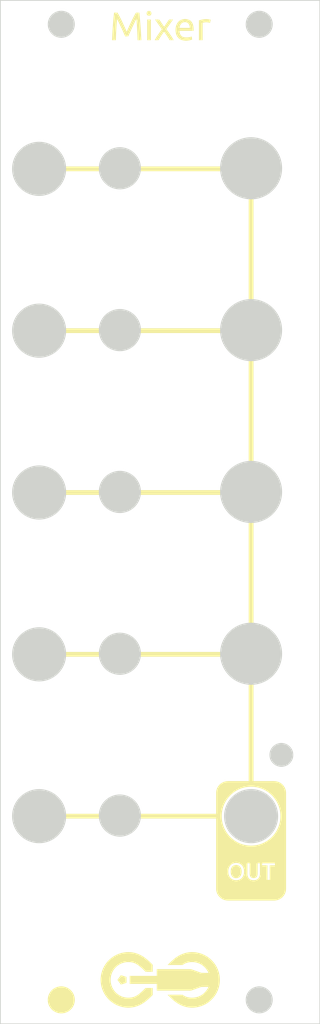
<source format=kicad_pcb>
(kicad_pcb (version 20221018) (generator pcbnew)

  (general
    (thickness 1.6)
  )

  (paper "A4")
  (title_block
    (title "Mixer Faceplate")
    (date "2023-08-22")
    (rev "v0.4")
    (company "Free Modular")
  )

  (layers
    (0 "F.Cu" signal)
    (31 "B.Cu" signal)
    (32 "B.Adhes" user "B.Adhesive")
    (33 "F.Adhes" user "F.Adhesive")
    (34 "B.Paste" user)
    (35 "F.Paste" user)
    (36 "B.SilkS" user "B.Silkscreen")
    (37 "F.SilkS" user "F.Silkscreen")
    (38 "B.Mask" user)
    (39 "F.Mask" user)
    (40 "Dwgs.User" user "User.Drawings")
    (41 "Cmts.User" user "User.Comments")
    (42 "Eco1.User" user "User.Eco1")
    (43 "Eco2.User" user "User.Eco2")
    (44 "Edge.Cuts" user)
    (45 "Margin" user)
    (46 "B.CrtYd" user "B.Courtyard")
    (47 "F.CrtYd" user "F.Courtyard")
    (48 "B.Fab" user)
    (49 "F.Fab" user)
    (50 "User.1" user)
    (51 "User.2" user)
    (52 "User.3" user)
    (53 "User.4" user)
    (54 "User.5" user)
    (55 "User.6" user)
    (56 "User.7" user)
    (57 "User.8" user)
    (58 "User.9" user)
  )

  (setup
    (pad_to_mask_clearance 0)
    (pcbplotparams
      (layerselection 0x00010fc_ffffffff)
      (plot_on_all_layers_selection 0x0000000_00000000)
      (disableapertmacros false)
      (usegerberextensions false)
      (usegerberattributes true)
      (usegerberadvancedattributes true)
      (creategerberjobfile true)
      (dashed_line_dash_ratio 12.000000)
      (dashed_line_gap_ratio 3.000000)
      (svgprecision 4)
      (plotframeref false)
      (viasonmask false)
      (mode 1)
      (useauxorigin false)
      (hpglpennumber 1)
      (hpglpenspeed 20)
      (hpglpendiameter 15.000000)
      (dxfpolygonmode true)
      (dxfimperialunits true)
      (dxfusepcbnewfont true)
      (psnegative false)
      (psa4output false)
      (plotreference true)
      (plotvalue true)
      (plotinvisibletext false)
      (sketchpadsonfab false)
      (subtractmaskfromsilk false)
      (outputformat 1)
      (mirror false)
      (drillshape 1)
      (scaleselection 1)
      (outputdirectory "")
    )
  )

  (net 0 "")

  (gr_line (start 30.730001 66.871916) (end 57.400001 66.871916)
    (stroke (width 0.6) (type solid)) (layer "F.SilkS") (tstamp 136a11da-8767-4066-8a3a-787237582f2a))
  (gr_line (start 57.400001 107.511916) (end 57.400001 123.440614)
    (stroke (width 0.6) (type solid)) (layer "F.SilkS") (tstamp 1b5a3038-2359-40fd-acca-22514808f8b6))
  (gr_poly
    (pts
      (xy 41.72358 148.022261)
      (xy 41.72358 148.759932)
      (xy 41.021983 148.987891)
      (xy 40.588384 148.391096)
      (xy 41.021983 147.79431)
    )

    (stroke (width 0) (type solid)) (fill solid) (layer "F.SilkS") (tstamp 1e160987-e060-4a43-9781-4b64019e5100))
  (gr_poly
    (pts
      (xy 55.540163 133.96001)
      (xy 55.559659 133.960711)
      (xy 55.578903 133.96188)
      (xy 55.597892 133.963517)
      (xy 55.616626 133.965623)
      (xy 55.635105 133.968196)
      (xy 55.653327 133.971238)
      (xy 55.671292 133.974748)
      (xy 55.688999 133.978727)
      (xy 55.706448 133.983175)
      (xy 55.723638 133.988092)
      (xy 55.740567 133.993479)
      (xy 55.757236 133.999335)
      (xy 55.773643 134.00566)
      (xy 55.789788 134.012455)
      (xy 55.805669 134.01972)
      (xy 55.821266 134.027049)
      (xy 55.836556 134.034784)
      (xy 55.85154 134.042923)
      (xy 55.866218 134.051466)
      (xy 55.88059 134.060412)
      (xy 55.894656 134.06976)
      (xy 55.908417 134.079508)
      (xy 55.921873 134.089655)
      (xy 55.935025 134.100201)
      (xy 55.947872 134.111144)
      (xy 55.960414 134.122484)
      (xy 55.972653 134.134219)
      (xy 55.984588 134.146347)
      (xy 55.99622 134.158869)
      (xy 56.007549 134.171783)
      (xy 56.018575 134.185088)
      (xy 56.029661 134.198776)
      (xy 56.040419 134.21284)
      (xy 56.050848 134.227281)
      (xy 56.060948 134.242097)
      (xy 56.07072 134.257289)
      (xy 56.080163 134.272857)
      (xy 56.089278 134.288801)
      (xy 56.098065 134.305119)
      (xy 56.106523 134.321812)
      (xy 56.114654 134.338881)
      (xy 56.122456 134.356323)
      (xy 56.129931 134.37414)
      (xy 56.137078 134.392332)
      (xy 56.143897 134.410897)
      (xy 56.150389 134.429836)
      (xy 56.156553 134.449149)
      (xy 56.167805 134.487945)
      (xy 56.177562 134.527836)
      (xy 56.185821 134.568832)
      (xy 56.192582 134.610942)
      (xy 56.197843 134.654178)
      (xy 56.201603 134.698548)
      (xy 56.20386 134.744063)
      (xy 56.204612 134.790732)
      (xy 56.20386 134.837475)
      (xy 56.201603 134.883201)
      (xy 56.197843 134.927905)
      (xy 56.192582 134.971583)
      (xy 56.185821 135.014229)
      (xy 56.177562 135.055839)
      (xy 56.167805 135.096408)
      (xy 56.156553 135.135931)
      (xy 56.150389 135.15488)
      (xy 56.143897 135.173476)
      (xy 56.137078 135.19172)
      (xy 56.129931 135.209612)
      (xy 56.122456 135.227153)
      (xy 56.114654 135.244341)
      (xy 56.106523 135.261178)
      (xy 56.098065 135.277663)
      (xy 56.089278 135.293796)
      (xy 56.080163 135.309578)
      (xy 56.07072 135.325009)
      (xy 56.060948 135.340088)
      (xy 56.050848 135.354816)
      (xy 56.040419 135.369194)
      (xy 56.029661 135.38322)
      (xy 56.018575 135.396895)
      (xy 56.007549 135.410208)
      (xy 55.99622 135.423145)
      (xy 55.984588 135.435705)
      (xy 55.972653 135.44789)
      (xy 55.960414 135.459699)
      (xy 55.947872 135.471133)
      (xy 55.935025 135.482191)
      (xy 55.921873 135.492874)
      (xy 55.908417 135.503181)
      (xy 55.894656 135.513114)
      (xy 55.88059 135.522672)
      (xy 55.866218 135.531856)
      (xy 55.85154 135.540665)
      (xy 55.836556 135.5491)
      (xy 55.821266 135.557161)
      (xy 55.805669 135.564848)
      (xy 55.789788 135.571749)
      (xy 55.773643 135.578201)
      (xy 55.757236 135.584205)
      (xy 55.740567 135.589762)
      (xy 55.723637 135.59487)
      (xy 55.706448 135.599533)
      (xy 55.688999 135.603749)
      (xy 55.671291 135.607519)
      (xy 55.653326 135.610843)
      (xy 55.635104 135.613723)
      (xy 55.616625 135.616159)
      (xy 55.597891 135.61815)
      (xy 55.578902 135.619698)
      (xy 55.559659 135.620804)
      (xy 55.540163 135.621466)
      (xy 55.520414 135.621687)
      (xy 55.500658 135.621466)
      (xy 55.48114 135.620803)
      (xy 55.461859 135.619698)
      (xy 55.442815 135.618149)
      (xy 55.424007 135.616157)
      (xy 55.405434 135.613721)
      (xy 55.387097 135.610841)
      (xy 55.368995 135.607516)
      (xy 55.351128 135.603745)
      (xy 55.333494 135.599529)
      (xy 55.316093 135.594867)
      (xy 55.298926 135.589758)
      (xy 55.281991 135.584202)
      (xy 55.265288 135.578199)
      (xy 55.248816 135.571748)
      (xy 55.232576 135.564848)
      (xy 55.216966 135.557161)
      (xy 55.201638 135.5491)
      (xy 55.186591 135.540665)
      (xy 55.171825 135.531856)
      (xy 55.15734 135.522672)
      (xy 55.143137 135.513114)
      (xy 55.129214 135.503181)
      (xy 55.115573 135.492874)
      (xy 55.102213 135.482191)
      (xy 55.089135 135.471133)
      (xy 55.076337 135.459699)
      (xy 55.063821 135.44789)
      (xy 55.051586 135.435705)
      (xy 55.039633 135.423145)
      (xy 55.027961 135.410208)
      (xy 55.016571 135.396895)
      (xy 55.005849 135.38322)
      (xy 54.995434 135.369194)
      (xy 54.985327 135.354816)
      (xy 54.975526 135.340088)
      (xy 54.966031 135.325009)
      (xy 54.956842 135.309578)
      (xy 54.947959 135.293796)
      (xy 54.93938 135.277663)
      (xy 54.931107 135.261178)
      (xy 54.923137 135.244341)
      (xy 54.915472 135.227153)
      (xy 54.90811 135.209612)
      (xy 54.901052 135.19172)
      (xy 54.894296 135.173476)
      (xy 54.887843 135.15488)
      (xy 54.881692 135.135931)
      (xy 54.870441 135.096408)
      (xy 54.860684 135.055839)
      (xy 54.852425 135.014229)
      (xy 54.845664 134.971583)
      (xy 54.840404 134.927905)
      (xy 54.836644 134.883201)
      (xy 54.834387 134.837475)
      (xy 54.833635 134.790732)
      (xy 54.834387 134.744062)
      (xy 54.836644 134.698547)
      (xy 54.840403 134.654176)
      (xy 54.845664 134.610939)
      (xy 54.852424 134.568828)
      (xy 54.860684 134.527832)
      (xy 54.87044 134.487942)
      (xy 54.875879 134.468409)
      (xy 54.881692 134.449149)
      (xy 54.887843 134.429836)
      (xy 54.894296 134.410897)
      (xy 54.901052 134.392332)
      (xy 54.90811 134.37414)
      (xy 54.915472 134.356323)
      (xy 54.923137 134.338881)
      (xy 54.931107 134.321812)
      (xy 54.93938 134.305119)
      (xy 54.947959 134.288801)
      (xy 54.956842 134.272857)
      (xy 54.966031 134.257289)
      (xy 54.975526 134.242097)
      (xy 54.985327 134.227281)
      (xy 54.995434 134.21284)
      (xy 55.005849 134.198776)
      (xy 55.016571 134.185088)
      (xy 55.027961 134.171783)
      (xy 55.039633 134.158869)
      (xy 55.051586 134.146347)
      (xy 55.063821 134.134219)
      (xy 55.076337 134.122484)
      (xy 55.089135 134.111144)
      (xy 55.102213 134.100201)
      (xy 55.115573 134.089655)
      (xy 55.129214 134.079508)
      (xy 55.143137 134.06976)
      (xy 55.15734 134.060412)
      (xy 55.171825 134.051466)
      (xy 55.186591 134.042923)
      (xy 55.201638 134.034784)
      (xy 55.216966 134.027049)
      (xy 55.232576 134.01972)
      (xy 55.248816 134.012457)
      (xy 55.265288 134.005662)
      (xy 55.281991 133.999337)
      (xy 55.298926 133.993482)
      (xy 55.316093 133.988096)
      (xy 55.333494 133.983179)
      (xy 55.351128 133.97873)
      (xy 55.368995 133.974751)
      (xy 55.387097 133.97124)
      (xy 55.405434 133.968198)
      (xy 55.424007 133.965624)
      (xy 55.442815 133.963519)
      (xy 55.461859 133.961881)
      (xy 55.48114 133.960712)
      (xy 55.500658 133.96001)
      (xy 55.520414 133.959776)
    )

    (stroke (width 0) (type solid)) (fill solid) (layer "F.SilkS") (tstamp 3a7eac1d-2664-4d33-9e1c-d7f5dd10a80c))
  (gr_poly
    (pts
      (xy 44.572981 26.720332)
      (xy 44.588137 26.721328)
      (xy 44.602981 26.722988)
      (xy 44.617512 26.725312)
      (xy 44.631731 26.728301)
      (xy 44.645637 26.731953)
      (xy 44.659231 26.736269)
      (xy 44.672512 26.74125)
      (xy 44.685481 26.746894)
      (xy 44.698137 26.753203)
      (xy 44.71048 26.760176)
      (xy 44.722512 26.767812)
      (xy 44.73423 26.776113)
      (xy 44.745636 26.785078)
      (xy 44.75673 26.794707)
      (xy 44.767511 26.805)
      (xy 44.778409 26.815234)
      (xy 44.788604 26.825937)
      (xy 44.798097 26.837109)
      (xy 44.806886 26.84875)
      (xy 44.814972 26.860859)
      (xy 44.822354 26.873438)
      (xy 44.829034 26.886484)
      (xy 44.835011 26.9)
      (xy 44.840284 26.913984)
      (xy 44.844855 26.928437)
      (xy 44.848722 26.943359)
      (xy 44.851886 26.95875)
      (xy 44.854347 26.974609)
      (xy 44.856105 26.990937)
      (xy 44.857159 27.007734)
      (xy 44.857511 27.025)
      (xy 44.857159 27.042285)
      (xy 44.856105 27.059141)
      (xy 44.854347 27.075566)
      (xy 44.851886 27.091563)
      (xy 44.848722 27.107129)
      (xy 44.844855 27.122266)
      (xy 44.840284 27.136973)
      (xy 44.835011 27.15125)
      (xy 44.829034 27.165098)
      (xy 44.822354 27.178516)
      (xy 44.814972 27.191504)
      (xy 44.806886 27.204062)
      (xy 44.798097 27.216191)
      (xy 44.788604 27.227891)
      (xy 44.778409 27.23916)
      (xy 44.767511 27.25)
      (xy 44.75673 27.259688)
      (xy 44.745636 27.26875)
      (xy 44.73423 27.277188)
      (xy 44.722512 27.285)
      (xy 44.71048 27.292188)
      (xy 44.698137 27.29875)
      (xy 44.685481 27.304688)
      (xy 44.672512 27.31)
      (xy 44.659231 27.314688)
      (xy 44.645637 27.31875)
      (xy 44.631731 27.322188)
      (xy 44.617512 27.325)
      (xy 44.602981 27.327188)
      (xy 44.588137 27.32875)
      (xy 44.572981 27.329688)
      (xy 44.557512 27.33)
      (xy 44.542023 27.329688)
      (xy 44.526808 27.32875)
      (xy 44.511867 27.327188)
      (xy 44.497199 27.325)
      (xy 44.482804 27.322188)
      (xy 44.468683 27.31875)
      (xy 44.454835 27.314688)
      (xy 44.441261 27.31)
      (xy 44.42796 27.304688)
      (xy 44.414933 27.29875)
      (xy 44.402179 27.292188)
      (xy 44.389699 27.285)
      (xy 44.377492 27.277188)
      (xy 44.365558 27.26875)
      (xy 44.353898 27.259688)
      (xy 44.342512 27.25)
      (xy 44.332219 27.23916)
      (xy 44.32259 27.227891)
      (xy 44.313625 27.216191)
      (xy 44.305325 27.204062)
      (xy 44.297688 27.191504)
      (xy 44.290716 27.178516)
      (xy 44.284407 27.165098)
      (xy 44.278763 27.15125)
      (xy 44.273782 27.136973)
      (xy 44.269466 27.122266)
      (xy 44.265813 27.107129)
      (xy 44.262825 27.091563)
      (xy 44.260501 27.075566)
      (xy 44.258841 27.059141)
      (xy 44.257845 27.042285)
      (xy 44.257513 27.025)
      (xy 44.257845 27.007734)
      (xy 44.258841 26.990937)
      (xy 44.260501 26.974609)
      (xy 44.262825 26.95875)
      (xy 44.265813 26.943359)
      (xy 44.269466 26.928437)
      (xy 44.273782 26.913984)
      (xy 44.278763 26.9)
      (xy 44.284407 26.886484)
      (xy 44.290716 26.873438)
      (xy 44.297688 26.860859)
      (xy 44.305325 26.84875)
      (xy 44.313625 26.837109)
      (xy 44.32259 26.825937)
      (xy 44.332219 26.815234)
      (xy 44.342512 26.805)
      (xy 44.353898 26.794707)
      (xy 44.365558 26.785078)
      (xy 44.377492 26.776113)
      (xy 44.389699 26.767812)
      (xy 44.402179 26.760176)
      (xy 44.414933 26.753203)
      (xy 44.42796 26.746894)
      (xy 44.441261 26.74125)
      (xy 44.454835 26.736269)
      (xy 44.468683 26.731953)
      (xy 44.482804 26.728301)
      (xy 44.497199 26.725312)
      (xy 44.511867 26.722988)
      (xy 44.526808 26.721328)
      (xy 44.542023 26.720332)
      (xy 44.557512 26.72)
    )

    (stroke (width 0) (type solid)) (fill solid) (layer "F.SilkS") (tstamp 3b8adcc6-6d16-48af-9830-541908af8288))
  (gr_line (start 57.400001 66.871916) (end 57.400001 87.191916)
    (stroke (width 0.6) (type solid)) (layer "F.SilkS") (tstamp 413a1aac-dcb1-4388-b595-a4c10abda5f7))
  (gr_line (start 30.730001 87.191916) (end 57.400001 87.191916)
    (stroke (width 0.6) (type solid)) (layer "F.SilkS") (tstamp 448c4603-70ad-4d48-aef3-2003a904cbb5))
  (gr_poly
    (pts
      (xy 46.457506 28.71)
      (xy 47.082506 27.8)
      (xy 47.577506 27.8)
      (xy 46.737506 29.005)
      (xy 46.858131 29.17)
      (xy 46.980006 29.34)
      (xy 47.103131 29.515)
      (xy 47.227506 29.695)
      (xy 47.290006 29.784766)
      (xy 47.350006 29.874063)
      (xy 47.407506 29.962891)
      (xy 47.462506 30.05125)
      (xy 47.515006 30.139141)
      (xy 47.565006 30.226563)
      (xy 47.612506 30.313516)
      (xy 47.657506 30.4)
      (xy 47.147502 30.4)
      (xy 47.133362 30.372109)
      (xy 47.11844 30.343438)
      (xy 47.102737 30.313984)
      (xy 47.086252 30.28375)
      (xy 47.05094 30.220937)
      (xy 47.012502 30.155)
      (xy 46.971565 30.087188)
      (xy 46.928753 30.01875)
      (xy 46.884065 29.949687)
      (xy 46.837503 29.88)
      (xy 46.789691 29.807812)
      (xy 46.741253 29.73625)
      (xy 46.692191 29.665313)
      (xy 46.642503 29.595)
      (xy 46.592815 29.525938)
      (xy 46.543753 29.45875)
      (xy 46.495316 29.393438)
      (xy 46.447504 29.33)
      (xy 46.399691 29.39375)
      (xy 46.351254 29.46)
      (xy 46.302192 29.52875)
      (xy 46.252504 29.6)
      (xy 46.202816 29.670313)
      (xy 46.153754 29.74125)
      (xy 46.105317 29.812813)
      (xy 46.057504 29.885)
      (xy 46.013129 29.954688)
      (xy 45.970004 30.02375)
      (xy 45.928129 30.092188)
      (xy 45.887504 30.16)
      (xy 45.849067 30.225625)
      (xy 45.813754 30.2875)
      (xy 45.781566 30.345625)
      (xy 45.752504 30.4)
      (xy 45.272504 30.4)
      (xy 45.31727 30.314844)
      (xy 45.364067 30.229375)
      (xy 45.412895 30.143594)
      (xy 45.463754 30.0575)
      (xy 45.516645 29.971094)
      (xy 45.571567 29.884375)
      (xy 45.62852 29.797344)
      (xy 45.687505 29.71)
      (xy 45.809693 29.534687)
      (xy 45.931256 29.36375)
      (xy 46.052193 29.197187)
      (xy 46.172506 29.035)
      (xy 45.312505 27.8)
      (xy 45.837505 27.8)
    )

    (stroke (width 0) (type solid)) (fill solid) (layer "F.SilkS") (tstamp 57e76f5f-c90a-42a3-93a9-48ff061daee1))
  (gr_line (start 57.400001 87.191916) (end 57.400001 107.511916)
    (stroke (width 0.6) (type solid)) (layer "F.SilkS") (tstamp 6ea0b351-ed3c-4353-874a-5be33c32b2f8))
  (gr_line (start 57.400001 46.551917) (end 57.400001 66.871916)
    (stroke (width 0.6) (type solid)) (layer "F.SilkS") (tstamp 739ef874-25c0-44b8-92a1-9a2219a259f4))
  (gr_poly
    (pts
      (xy 49.14716 27.736289)
      (xy 49.209914 27.740156)
      (xy 49.270754 27.746602)
      (xy 49.32968 27.755625)
      (xy 49.386692 27.767227)
      (xy 49.441789 27.781406)
      (xy 49.494973 27.798164)
      (xy 49.546243 27.8175)
      (xy 49.595598 27.839414)
      (xy 49.64304 27.863906)
      (xy 49.688567 27.890977)
      (xy 49.73218 27.920625)
      (xy 49.773879 27.952852)
      (xy 49.813665 27.987656)
      (xy 49.851536 28.025039)
      (xy 49.887493 28.065)
      (xy 49.921399 28.106973)
      (xy 49.953118 28.151641)
      (xy 49.982649 28.199004)
      (xy 50.009993 28.249062)
      (xy 50.035149 28.301816)
      (xy 50.058118 28.357266)
      (xy 50.078899 28.41541)
      (xy 50.097493 28.47625)
      (xy 50.113899 28.539785)
      (xy 50.128118 28.606016)
      (xy 50.140149 28.674941)
      (xy 50.149993 28.746562)
      (xy 50.157649 28.820879)
      (xy 50.163118 28.897891)
      (xy 50.1664 28.977598)
      (xy 50.167493 29.06)
      (xy 50.167493 29.14)
      (xy 50.167415 29.151172)
      (xy 50.167181 29.162187)
      (xy 50.16679 29.173047)
      (xy 50.166243 29.18375)
      (xy 50.16554 29.194297)
      (xy 50.164681 29.204687)
      (xy 50.163666 29.214922)
      (xy 50.162494 29.225)
      (xy 48.382493 29.225)
      (xy 48.386927 29.274863)
      (xy 48.392728 29.323203)
      (xy 48.399896 29.370019)
      (xy 48.408431 29.415312)
      (xy 48.418334 29.459082)
      (xy 48.429603 29.501328)
      (xy 48.44224 29.542051)
      (xy 48.456244 29.58125)
      (xy 48.471615 29.618926)
      (xy 48.488353 29.655078)
      (xy 48.506459 29.689707)
      (xy 48.525931 29.722812)
      (xy 48.546771 29.754394)
      (xy 48.568978 29.784453)
      (xy 48.592553 29.812988)
      (xy 48.617494 29.84)
      (xy 48.644018 29.865429)
      (xy 48.672338 29.889218)
      (xy 48.702455 29.911367)
      (xy 48.734369 29.931875)
      (xy 48.76808 29.950742)
      (xy 48.803588 29.967968)
      (xy 48.840893 29.983554)
      (xy 48.879994 29.9975)
      (xy 48.920893 30.009804)
      (xy 48.963588 30.020468)
      (xy 49.00808 30.029492)
      (xy 49.054369 30.036875)
      (xy 49.102455 30.042617)
      (xy 49.152338 30.046718)
      (xy 49.204017 30.049179)
      (xy 49.257493 30.05)
      (xy 49.317494 30.049375)
      (xy 49.374994 30.0475)
      (xy 49.429994 30.044375)
      (xy 49.482494 30.04)
      (xy 49.532494 30.034375)
      (xy 49.579994 30.0275)
      (xy 49.624994 30.019375)
      (xy 49.667493 30.01)
      (xy 49.708665 29.998828)
      (xy 49.747181 29.987812)
      (xy 49.78304 29.976953)
      (xy 49.816243 29.96625)
      (xy 49.84679 29.955703)
      (xy 49.874681 29.945312)
      (xy 49.899915 29.935078)
      (xy 49.922492 29.925)
      (xy 49.987493 30.314999)
      (xy 49.97636 30.320644)
      (xy 49.964212 30.326328)
      (xy 49.951048 30.33205)
      (xy 49.936869 30.337812)
      (xy 49.921673 30.343613)
      (xy 49.905463 30.349453)
      (xy 49.869994 30.361249)
      (xy 49.830463 30.373203)
      (xy 49.786869 30.385312)
      (xy 49.739213 30.397577)
      (xy 49.687494 30.409999)
      (xy 49.634056 30.421718)
      (xy 49.578744 30.431874)
      (xy 49.521557 30.440468)
      (xy 49.462494 30.447499)
      (xy 49.401557 30.452968)
      (xy 49.338744 30.456874)
      (xy 49.274057 30.459218)
      (xy 49.207494 30.459999)
      (xy 49.1239 30.458437)
      (xy 49.043119 30.453749)
      (xy 49.003783 30.450234)
      (xy 48.96515 30.445937)
      (xy 48.92722 30.440859)
      (xy 48.889994 30.434999)
      (xy 48.85347 30.428359)
      (xy 48.81765 30.420937)
      (xy 48.782533 30.412734)
      (xy 48.748119 30.40375)
      (xy 48.714408 30.393984)
      (xy 48.6814 30.383437)
      (xy 48.649096 30.372109)
      (xy 48.617494 30.36)
      (xy 48.587201 30.346582)
      (xy 48.557572 30.332578)
      (xy 48.528607 30.317988)
      (xy 48.500306 30.302812)
      (xy 48.472669 30.28705)
      (xy 48.445697 30.270703)
      (xy 48.419388 30.253769)
      (xy 48.393743 30.23625)
      (xy 48.368763 30.218144)
      (xy 48.344447 30.199453)
      (xy 48.320794 30.180175)
      (xy 48.297806 30.160312)
      (xy 48.275482 30.139863)
      (xy 48.253821 30.118828)
      (xy 48.232825 30.097207)
      (xy 48.212493 30.075)
      (xy 48.192806 30.052246)
      (xy 48.173743 30.028984)
      (xy 48.155306 30.005215)
      (xy 48.137493 29.980937)
      (xy 48.120306 29.956152)
      (xy 48.103743 29.930859)
      (xy 48.087806 29.905058)
      (xy 48.072494 29.87875)
      (xy 48.057806 29.851933)
      (xy 48.043744 29.824609)
      (xy 48.030306 29.796777)
      (xy 48.017494 29.768437)
      (xy 48.005306 29.739589)
      (xy 47.993744 29.710234)
      (xy 47.982806 29.680371)
      (xy 47.972494 29.65)
      (xy 47.954915 29.586796)
      (xy 47.93968 29.522187)
      (xy 47.92679 29.456171)
      (xy 47.916243 29.38875)
      (xy 47.90804 29.319921)
      (xy 47.90218 29.249687)
      (xy 47.898665 29.178046)
      (xy 47.897493 29.105)
      (xy 47.899055 29.020156)
      (xy 47.903743 28.938125)
      (xy 47.911555 28.858906)
      (xy 47.912728 28.85)
      (xy 48.392494 28.85)
      (xy 49.682493 28.85)
      (xy 49.682453 28.811074)
      (xy 49.681086 28.773047)
      (xy 49.678391 28.735918)
      (xy 49.674367 28.699687)
      (xy 49.669015 28.664355)
      (xy 49.662336 28.629922)
      (xy 49.654328 28.596387)
      (xy 49.644992 28.56375)
      (xy 49.634328 28.532012)
      (xy 49.622336 28.501172)
      (xy 49.609015 28.47123)
      (xy 49.594367 28.442187)
      (xy 49.578391 28.414043)
      (xy 49.561086 28.386797)
      (xy 49.542454 28.360449)
      (xy 49.522493 28.335)
      (xy 49.502005 28.310176)
      (xy 49.48054 28.286953)
      (xy 49.458098 28.265332)
      (xy 49.434681 28.245313)
      (xy 49.410286 28.226895)
      (xy 49.384915 28.210078)
      (xy 49.358567 28.194863)
      (xy 49.331243 28.18125)
      (xy 49.302942 28.169238)
      (xy 49.273665 28.158828)
      (xy 49.243411 28.15002)
      (xy 49.212181 28.142813)
      (xy 49.179974 28.137207)
      (xy 49.14679 28.133203)
      (xy 49.11263 28.130801)
      (xy 49.077493 28.13)
      (xy 49.05763 28.130254)
      (xy 49.03804 28.131016)
      (xy 49.018724 28.132285)
      (xy 48.999681 28.134063)
      (xy 48.980911 28.136348)
      (xy 48.962415 28.139141)
      (xy 48.944193 28.142441)
      (xy 48.926243 28.14625)
      (xy 48.908568 28.150566)
      (xy 48.891165 28.155391)
      (xy 48.874037 28.160723)
      (xy 48.857181 28.166563)
      (xy 48.840599 28.17291)
      (xy 48.82429 28.179766)
      (xy 48.808255 28.187129)
      (xy 48.792493 28.195)
      (xy 48.77763 28.202656)
      (xy 48.76304 28.210625)
      (xy 48.748724 28.218906)
      (xy 48.734681 28.2275)
      (xy 48.720911 28.236406)
      (xy 48.707415 28.245625)
      (xy 48.694192 28.255156)
      (xy 48.681243 28.265)
      (xy 48.668567 28.275156)
      (xy 48.656165 28.285625)
      (xy 48.644036 28.296406)
      (xy 48.63218 28.3075)
      (xy 48.620598 28.318906)
      (xy 48.60929 28.330625)
      (xy 48.598255 28.342656)
      (xy 48.587493 28.355)
      (xy 48.577005 28.367617)
      (xy 48.566791 28.380469)
      (xy 48.556849 28.393555)
      (xy 48.547182 28.406875)
      (xy 48.537787 28.42043)
      (xy 48.528666 28.434219)
      (xy 48.519818 28.448242)
      (xy 48.511244 28.4625)
      (xy 48.502943 28.476992)
      (xy 48.494916 28.491719)
      (xy 48.487162 28.50668)
      (xy 48.479681 28.521875)
      (xy 48.472474 28.537305)
      (xy 48.46554 28.552969)
      (xy 48.45888 28.568867)
      (xy 48.452493 28.585)
      (xy 48.441712 28.617578)
      (xy 48.431868 28.650313)
      (xy 48.422962 28.683203)
      (xy 48.414993 28.71625)
      (xy 48.407962 28.749453)
      (xy 48.401869 28.782813)
      (xy 48.396712 28.816328)
      (xy 48.392494 28.85)
      (xy 47.912728 28.85)
      (xy 47.916633 28.820351)
      (xy 47.922493 28.7825)
      (xy 47.929133 28.745351)
      (xy 47.936555 28.708906)
      (xy 47.944758 28.673164)
      (xy 47.953743 28.638125)
      (xy 47.963508 28.603789)
      (xy 47.974055 28.570156)
      (xy 47.985384 28.537227)
      (xy 47.997493 28.505)
      (xy 48.010247 28.472852)
      (xy 48.023509 28.441406)
      (xy 48.037279 28.410664)
      (xy 48.051556 28.380625)
      (xy 48.066341 28.351289)
      (xy 48.081634 28.322656)
      (xy 48.097435 28.294727)
      (xy 48.113744 28.2675)
      (xy 48.13056 28.240977)
      (xy 48.147884 28.215156)
      (xy 48.165716 28.190039)
      (xy 48.184056 28.165625)
      (xy 48.202903 28.141914)
      (xy 48.222259 28.118906)
      (xy 48.242122 28.096602)
      (xy 48.262493 28.075)
      (xy 48.283313 28.054082)
      (xy 48.304524 28.033828)
      (xy 48.326126 28.014238)
      (xy 48.348118 27.995312)
      (xy 48.370501 27.977051)
      (xy 48.393274 27.959453)
      (xy 48.416438 27.942519)
      (xy 48.439993 27.92625)
      (xy 48.463938 27.910644)
      (xy 48.488274 27.895703)
      (xy 48.513001 27.881426)
      (xy 48.538118 27.867813)
      (xy 48.563625 27.854863)
      (xy 48.589524 27.842578)
      (xy 48.615812 27.830957)
      (xy 48.642492 27.82)
      (xy 48.669406 27.809707)
      (xy 48.696398 27.800078)
      (xy 48.723468 27.791113)
      (xy 48.750617 27.782813)
      (xy 48.777844 27.775176)
      (xy 48.805148 27.768203)
      (xy 48.832531 27.761895)
      (xy 48.859992 27.75625)
      (xy 48.887531 27.75127)
      (xy 48.915149 27.746953)
      (xy 48.942844 27.743301)
      (xy 48.970617 27.740313)
      (xy 48.998469 27.737988)
      (xy 49.026399 27.736328)
      (xy 49.054406 27.735332)
      (xy 49.082492 27.735)
    )

    (stroke (width 0) (type solid)) (fill solid) (layer "F.SilkS") (tstamp 8dcc3c91-06c4-4b46-aab3-eb9c2fbbc31c))
  (gr_poly
    (pts
      (xy 60.374189 123.433565)
      (xy 60.448077 123.439046)
      (xy 60.521337 123.448131)
      (xy 60.593848 123.460768)
      (xy 60.665485 123.476906)
      (xy 60.736126 123.496495)
      (xy 60.805648 123.519484)
      (xy 60.873927 123.545821)
      (xy 60.940841 123.575455)
      (xy 61.006267 123.608337)
      (xy 61.070081 123.644414)
      (xy 61.132162 123.683636)
      (xy 61.192384 123.725952)
      (xy 61.250627 123.771312)
      (xy 61.306766 123.819663)
      (xy 61.360679 123.870955)
      (xy 61.411984 123.924855)
      (xy 61.460348 123.980983)
      (xy 61.50572 124.039216)
      (xy 61.54805 124.09943)
      (xy 61.587286 124.161503)
      (xy 61.623378 124.225313)
      (xy 61.656274 124.290737)
      (xy 61.685924 124.357651)
      (xy 61.712276 124.425934)
      (xy 61.73528 124.495461)
      (xy 61.754885 124.566112)
      (xy 61.771039 124.637762)
      (xy 61.783693 124.710289)
      (xy 61.792794 124.783571)
      (xy 61.798292 124.857484)
      (xy 61.800136 124.931906)
      (xy 61.800136 136.931685)
      (xy 61.798301 137.006078)
      (xy 61.792811 137.079965)
      (xy 61.783718 137.153226)
      (xy 61.771072 137.225735)
      (xy 61.754926 137.29737)
      (xy 61.735328 137.368009)
      (xy 61.712332 137.437528)
      (xy 61.685986 137.505804)
      (xy 61.656344 137.572715)
      (xy 61.623454 137.638137)
      (xy 61.587369 137.701946)
      (xy 61.54814 137.764022)
      (xy 61.505816 137.824239)
      (xy 61.46045 137.882475)
      (xy 61.412092 137.938608)
      (xy 61.360794 137.992514)
      (xy 61.306887 138.043814)
      (xy 61.250754 138.092172)
      (xy 61.192517 138.137539)
      (xy 61.132299 138.179862)
      (xy 61.070224 138.219092)
      (xy 61.006415 138.255177)
      (xy 60.940993 138.288067)
      (xy 60.874083 138.317709)
      (xy 60.805807 138.344054)
      (xy 60.736289 138.367051)
      (xy 60.66565 138.386647)
      (xy 60.594015 138.402793)
      (xy 60.521507 138.415438)
      (xy 60.448247 138.42453)
      (xy 60.37436 138.430019)
      (xy 60.299968 138.431853)
      (xy 54.499969 138.431853)
      (xy 54.422786 138.429891)
      (xy 54.346617 138.42409)
      (xy 54.271555 138.414543)
      (xy 54.197696 138.401344)
      (xy 54.125132 138.384588)
      (xy 54.053959 138.364369)
      (xy 53.984271 138.340781)
      (xy 53.916161 138.313918)
      (xy 53.849725 138.283875)
      (xy 53.785055 138.250745)
      (xy 53.722247 138.214623)
      (xy 53.661395 138.175603)
      (xy 53.602593 138.133779)
      (xy 53.545935 138.089246)
      (xy 53.491516 138.042097)
      (xy 53.439429 137.992427)
      (xy 53.389769 137.94033)
      (xy 53.342629 137.8859)
      (xy 53.298106 137.829232)
      (xy 53.256291 137.770419)
      (xy 53.21728 137.709556)
      (xy 53.181168 137.646737)
      (xy 53.148047 137.582056)
      (xy 53.118013 137.515607)
      (xy 53.091159 137.447485)
      (xy 53.06758 137.377783)
      (xy 53.04737 137.306597)
      (xy 53.030624 137.234019)
      (xy 53.017435 137.160145)
      (xy 53.007897 137.085069)
      (xy 53.002105 137.008884)
      (xy 53.000154 136.931685)
      (xy 53.000154 134.790732)
      (xy 54.527709 134.790732)
      (xy 54.528014 134.823864)
      (xy 54.52893 134.85651)
      (xy 54.530455 134.888669)
      (xy 54.532589 134.92034)
      (xy 54.535334 134.951522)
      (xy 54.538688 134.982215)
      (xy 54.542652 135.012416)
      (xy 54.547225 135.042127)
      (xy 54.552408 135.071345)
      (xy 54.5582 135.100071)
      (xy 54.564601 135.128302)
      (xy 54.571611 135.156039)
      (xy 54.57923 135.18328)
      (xy 54.587458 135.210025)
      (xy 54.596295 135.236273)
      (xy 54.605741 135.262022)
      (xy 54.616077 135.287265)
      (xy 54.626835 135.311994)
      (xy 54.638015 135.336209)
      (xy 54.649617 135.35991)
      (xy 54.661641 135.383097)
      (xy 54.674087 135.40577)
      (xy 54.686954 135.427927)
      (xy 54.700244 135.449569)
      (xy 54.713956 135.470696)
      (xy 54.728089 135.491306)
      (xy 54.742645 135.511401)
      (xy 54.757622 135.530978)
      (xy 54.773021 135.550039)
      (xy 54.788842 135.568583)
      (xy 54.805084 135.586609)
      (xy 54.821748 135.604117)
      (xy 54.83916 135.62073)
      (xy 54.856896 135.63682)
      (xy 54.874957 135.652387)
      (xy 54.893343 135.667432)
      (xy 54.912056 135.681957)
      (xy 54.931094 135.695963)
      (xy 54.95046 135.709451)
      (xy 54.970153 135.722422)
      (xy 54.990175 135.734877)
      (xy 55.010525 135.746818)
      (xy 55.031204 135.758245)
      (xy 55.052213 135.769161)
      (xy 55.073553 135.779565)
      (xy 55.095223 135.789459)
      (xy 55.117225 135.798845)
      (xy 55.139558 135.807722)
      (xy 55.162516 135.81608)
      (xy 55.185639 135.823904)
      (xy 55.208927 135.831194)
      (xy 55.232379 135.837948)
      (xy 55.255997 135.844167)
      (xy 55.279779 135.849848)
      (xy 55.303725 135.854992)
      (xy 55.327836 135.859598)
      (xy 55.35211 135.863664)
      (xy 55.376549 135.867191)
      (xy 55.401152 135.870177)
      (xy 55.425918 135.872622)
      (xy 55.450847 135.874525)
      (xy 55.47594 135.875885)
      (xy 55.501196 135.876702)
      (xy 55.526615 135.876974)
      (xy 55.551643 135.876702)
      (xy 55.576479 135.875886)
      (xy 55.601123 135.874526)
      (xy 55.625576 135.872623)
      (xy 55.649838 135.870179)
      (xy 55.673911 135.867193)
      (xy 55.697795 135.863667)
      (xy 55.721491 135.8596)
      (xy 55.744999 135.854995)
      (xy 55.768321 135.849851)
      (xy 55.791456 135.84417)
      (xy 55.814406 135.837952)
      (xy 55.837172 135.831197)
      (xy 55.859753 135.823907)
      (xy 55.882151 135.816082)
      (xy 55.904367 135.807722)
      (xy 55.926694 135.798845)
      (xy 55.948674 135.789459)
      (xy 55.970306 135.779565)
      (xy 55.99159 135.769161)
      (xy 56.012525 135.758245)
      (xy 56.033111 135.746818)
      (xy 56.053346 135.734877)
      (xy 56.073231 135.722422)
      (xy 56.092764 135.709451)
      (xy 56.111944 135.695963)
      (xy 56.130772 135.681957)
      (xy 56.149246 135.667432)
      (xy 56.167366 135.652387)
      (xy 56.185132 135.63682)
      (xy 56.202541 135.62073)
      (xy 56.219594 135.604117)
      (xy 56.236245 135.586609)
      (xy 56.252449 135.568583)
      (xy 56.268206 135.550039)
      (xy 56.283516 135.530978)
      (xy 56.29838 135.511401)
      (xy 56.312798 135.491306)
      (xy 56.32677 135.470696)
      (xy 56.340296 135.449569)
      (xy 56.353377 135.427927)
      (xy 56.366013 135.40577)
      (xy 56.378205 135.383097)
      (xy 56.389951 135.35991)
      (xy 56.401254 135.336209)
      (xy 56.412113 135.311994)
      (xy 56.422528 135.287265)
      (xy 56.4325 135.262022)
      (xy 56.442311 135.236273)
      (xy 56.451491 135.210025)
      (xy 56.46004 135.18328)
      (xy 56.467959 135.156039)
      (xy 56.475246 135.128302)
      (xy 56.481902 135.100071)
      (xy 56.487926 135.071345)
      (xy 56.493317 135.042127)
      (xy 56.498076 135.012416)
      (xy 56.502201 134.982215)
      (xy 56.505692 134.951522)
      (xy 56.50855 134.92034)
      (xy 56.512362 134.85651)
      (xy 56.513633 134.790732)
      (xy 56.513315 134.757605)
      (xy 56.512362 134.724976)
      (xy 56.510773 134.692842)
      (xy 56.50855 134.661205)
      (xy 56.505692 134.630062)
      (xy 56.5022 134.599413)
      (xy 56.498075 134.569258)
      (xy 56.493316 134.539596)
      (xy 56.487925 134.510426)
      (xy 56.481901 134.481748)
      (xy 56.475246 134.45356)
      (xy 56.467958 134.425862)
      (xy 56.46004 134.398654)
      (xy 56.45149 134.371935)
      (xy 56.44231 134.345704)
      (xy 56.4325 134.31996)
      (xy 56.422528 134.294731)
      (xy 56.412113 134.27004)
      (xy 56.401254 134.245888)
      (xy 56.389951 134.222275)
      (xy 56.378205 134.199201)
      (xy 56.366013 134.176666)
      (xy 56.353377 134.15467)
      (xy 56.340296 134.133212)
      (xy 56.32677 134.112294)
      (xy 56.312798 134.091915)
      (xy 56.29838 134.072075)
      (xy 56.283516 134.052774)
      (xy 56.268206 134.034013)
      (xy 56.252449 134.01579)
      (xy 56.236245 133.998107)
      (xy 56.219594 133.980963)
      (xy 56.202541 133.96398)
      (xy 56.185132 133.947531)
      (xy 56.167367 133.931617)
      (xy 56.149247 133.916239)
      (xy 56.130773 133.901398)
      (xy 56.111945 133.887094)
      (xy 56.092764 133.873328)
      (xy 56.073232 133.8601)
      (xy 56.053347 133.847412)
      (xy 56.033112 133.835263)
      (xy 56.012526 133.823654)
      (xy 55.991591 133.812587)
      (xy 55.970307 133.802061)
      (xy 55.948674 133.792078)
      (xy 55.926694 133.782638)
      (xy 55.904367 133.773741)
      (xy 55.882151 133.765389)
      (xy 55.859753 133.757581)
      (xy 55.845738 133.753073)
      (xy 56.930664 133.753073)
      (xy 56.930664 135.057898)
      (xy 56.931365 135.101023)
      (xy 56.93347 135.143399)
      (xy 56.936979 135.185026)
      (xy 56.941893 135.225904)
      (xy 56.948214 135.266032)
      (xy 56.955941 135.305409)
      (xy 56.965077 135.344035)
      (xy 56.975622 135.381911)
      (xy 56.981806 135.400509)
      (xy 56.988357 135.418802)
      (xy 56.995278 135.436789)
      (xy 57.002569 135.45447)
      (xy 57.010231 135.471847)
      (xy 57.018265 135.488918)
      (xy 57.026672 135.505684)
      (xy 57.035453 135.522146)
      (xy 57.044608 135.538302)
      (xy 57.05414 135.554154)
      (xy 57.064049 135.569701)
      (xy 57.074336 135.584944)
      (xy 57.085002 135.599883)
      (xy 57.096047 135.614517)
      (xy 57.107474 135.628848)
      (xy 57.119283 135.642874)
      (xy 57.131494 135.6562)
      (xy 57.144126 135.669175)
      (xy 57.157179 135.681799)
      (xy 57.170655 135.694072)
      (xy 57.184551 135.705994)
      (xy 57.19887 135.717565)
      (xy 57.21361 135.728784)
      (xy 57.228772 135.739652)
      (xy 57.244356 135.750168)
      (xy 57.260362 135.760333)
      (xy 57.27679 135.770145)
      (xy 57.29364 135.779606)
      (xy 57.310913 135.788714)
      (xy 57.328607 135.79747)
      (xy 57.346724 135.805874)
      (xy 57.365262 135.813925)
      (xy 57.384223 135.821557)
      (xy 57.403606 135.828697)
      (xy 57.423409 135.835345)
      (xy 57.443635 135.841502)
      (xy 57.464282 135.847166)
      (xy 57.485351 135.852338)
      (xy 57.506841 135.857018)
      (xy 57.528753 135.861205)
      (xy 57.551088 135.864901)
      (xy 57.573844 135.868103)
      (xy 57.597022 135.870814)
      (xy 57.620622 135.873031)
      (xy 57.644645 135.874756)
      (xy 57.669089 135.875989)
      (xy 57.719245 135.876974)
      (xy 57.744527 135.876728)
      (xy 57.769371 135.875988)
      (xy 57.793777 135.874756)
      (xy 57.817744 135.87303)
      (xy 57.84127 135.870812)
      (xy 57.864355 135.868101)
      (xy 57.886997 135.864898)
      (xy 57.909194 135.861203)
      (xy 57.930946 135.857015)
      (xy 57.952252 135.852335)
      (xy 57.97311 135.847163)
      (xy 57.993519 135.841499)
      (xy 58.013478 135.835343)
      (xy 58.032986 135.828695)
      (xy 58.052042 135.821556)
      (xy 58.070644 135.813925)
      (xy 58.089183 135.805874)
      (xy 58.1073 135.79747)
      (xy 58.124994 135.788714)
      (xy 58.142267 135.779606)
      (xy 58.159117 135.770145)
      (xy 58.175545 135.760333)
      (xy 58.191551 135.750168)
      (xy 58.207135 135.739652)
      (xy 58.222297 135.728784)
      (xy 58.237037 135.717565)
      (xy 58.251355 135.705994)
      (xy 58.265252 135.694072)
      (xy 58.278727 135.681799)
      (xy 58.291781 135.669175)
      (xy 58.304413 135.6562)
      (xy 58.316623 135.642874)
      (xy 58.328784 135.628848)
      (xy 58.340515 135.614517)
      (xy 58.351819 135.599883)
      (xy 58.362696 135.584944)
      (xy 58.373147 135.569701)
      (xy 58.383172 135.554154)
      (xy 58.392774 135.538302)
      (xy 58.401954 135.522146)
      (xy 58.410711 135.505684)
      (xy 58.419047 135.488918)
      (xy 58.426964 135.471847)
      (xy 58.434462 135.45447)
      (xy 58.441542 135.436789)
      (xy 58.448205 135.418802)
      (xy 58.454452 135.400509)
      (xy 58.460285 135.381911)
      (xy 58.471536 135.344035)
      (xy 58.481293 135.305409)
      (xy 58.489552 135.266032)
      (xy 58.496313 135.225904)
      (xy 58.501573 135.185026)
      (xy 58.505333 135.143399)
      (xy 58.50759 135.101023)
      (xy 58.508342 135.057898)
      (xy 58.508342 133.753073)
      (xy 58.799282 133.753073)
      (xy 58.799282 134.004736)
      (xy 59.45351 134.004736)
      (xy 59.45351 135.832014)
      (xy 59.744445 135.832014)
      (xy 59.744445 134.004736)
      (xy 60.39867 134.004736)
      (xy 60.39867 133.753073)
      (xy 58.799282 133.753073)
      (xy 58.508342 133.753073)
      (xy 58.217403 133.753073)
      (xy 58.217403 135.024825)
      (xy 58.216855 135.063181)
      (xy 58.215206 135.100244)
      (xy 58.212449 135.136007)
      (xy 58.208575 135.170463)
      (xy 58.203576 135.203606)
      (xy 58.200652 135.219684)
      (xy 58.197444 135.235431)
      (xy 58.193951 135.250846)
      (xy 58.190172 135.265929)
      (xy 58.186105 135.280679)
      (xy 58.181751 135.295096)
      (xy 58.17713 135.308819)
      (xy 58.172268 135.322235)
      (xy 58.167166 135.335346)
      (xy 58.161825 135.34815)
      (xy 58.156246 135.360649)
      (xy 58.15043 135.372843)
      (xy 58.144378 135.384731)
      (xy 58.13809 135.396315)
      (xy 58.131568 135.407594)
      (xy 58.124813 135.418568)
      (xy 58.117825 135.429239)
      (xy 58.110605 135.439605)
      (xy 58.103155 135.449667)
      (xy 58.095475 135.459426)
      (xy 58.087566 135.468881)
      (xy 58.079429 135.478033)
      (xy 58.071072 135.486892)
      (xy 58.062501 135.49547)
      (xy 58.053715 135.503767)
      (xy 58.044716 135.511782)
      (xy 58.035505 135.519516)
      (xy 58.026081 135.526969)
      (xy 58.016445 135.534141)
      (xy 58.006597 135.541032)
      (xy 57.996539 135.547642)
      (xy 57.98627 135.55397)
      (xy 57.975791 135.560018)
      (xy 57.965103 135.565784)
      (xy 57.954206 135.571268)
      (xy 57.9431 135.576472)
      (xy 57.931786 135.581394)
      (xy 57.920265 135.586035)
      (xy 57.908933 135.59003)
      (xy 57.897436 135.593769)
      (xy 57.885775 135.597252)
      (xy 57.873949 135.600479)
      (xy 57.86196 135.603449)
      (xy 57.849806 135.606162)
      (xy 57.837487 135.608619)
      (xy 57.825005 135.610817)
      (xy 57.799548 135.614442)
      (xy 57.773436 135.617033)
      (xy 57.746668 135.618589)
      (xy 57.719245 135.619109)
      (xy 57.691827 135.618557)
      (xy 57.665072 135.616902)
      (xy 57.638979 135.614144)
      (xy 57.613547 135.610284)
      (xy 57.588775 135.60532)
      (xy 57.564662 135.599255)
      (xy 57.541208 135.592088)
      (xy 57.51841 135.583819)
      (xy 57.496269 135.574448)
      (xy 57.474784 135.563977)
      (xy 57.453952 135.552404)
      (xy 57.433774 135.53973)
      (xy 57.414249 135.525956)
      (xy 57.395375 135.511082)
      (xy 57.377151 135.495108)
      (xy 57.359577 135.478033)
      (xy 57.342866 135.459737)
      (xy 57.327234 135.4401)
      (xy 57.312681 135.419124)
      (xy 57.299206 135.396809)
      (xy 57.286809 135.373157)
      (xy 57.275491 135.348166)
      (xy 57.265251 135.321839)
      (xy 57.256089 135.294176)
      (xy 57.248005 135.265176)
      (xy 57.241 135.234841)
      (xy 57.235072 135.203172)
      (xy 57.230222 135.170168)
      (xy 57.22645 135.135831)
      (xy 57.223756 135.100161)
      (xy 57.22214 135.063159)
      (xy 57.221601 135.024825)
      (xy 57.221601 133.753073)
      (xy 56.930664 133.753073)
      (xy 55.845738 133.753073)
      (xy 55.837172 133.750317)
      (xy 55.814407 133.743596)
      (xy 55.791457 133.737417)
      (xy 55.768321 133.73178)
      (xy 55.745 133.726683)
      (xy 55.721492 133.722125)
      (xy 55.697796 133.718107)
      (xy 55.673912 133.714627)
      (xy 55.649839 133.711685)
      (xy 55.625577 133.709279)
      (xy 55.601123 133.707409)
      (xy 55.576479 133.706075)
      (xy 55.551643 133.705274)
      (xy 55.526615 133.705008)
      (xy 55.501196 133.705274)
      (xy 55.47594 133.706075)
      (xy 55.450847 133.707409)
      (xy 55.425918 133.709279)
      (xy 55.401152 133.711685)
      (xy 55.376549 133.714627)
      (xy 55.35211 133.718107)
      (xy 55.327836 133.722125)
      (xy 55.303725 133.726683)
      (xy 55.279779 133.73178)
      (xy 55.255997 133.737417)
      (xy 55.232379 133.743596)
      (xy 55.208927 133.750317)
      (xy 55.185639 133.757581)
      (xy 55.162516 133.765389)
      (xy 55.139558 133.773741)
      (xy 55.117224 133.782638)
      (xy 55.095222 133.792078)
      (xy 55.073552 133.802061)
      (xy 55.052212 133.812587)
      (xy 55.031203 133.823654)
      (xy 55.010524 133.835263)
      (xy 54.990174 133.847412)
      (xy 54.970153 133.8601)
      (xy 54.950459 133.873328)
      (xy 54.931094 133.887094)
      (xy 54.912055 133.901398)
      (xy 54.893343 133.916239)
      (xy 54.874957 133.931617)
      (xy 54.856896 133.947531)
      (xy 54.83916 133.96398)
      (xy 54.821748 133.980963)
      (xy 54.805084 133.998107)
      (xy 54.788842 134.01579)
      (xy 54.773021 134.034013)
      (xy 54.757622 134.052774)
      (xy 54.742645 134.072075)
      (xy 54.72809 134.091915)
      (xy 54.713956 134.112294)
      (xy 54.700245 134.133212)
      (xy 54.686955 134.15467)
      (xy 54.674087 134.176666)
      (xy 54.661641 134.199201)
      (xy 54.649617 134.222275)
      (xy 54.638015 134.245888)
      (xy 54.626835 134.27004)
      (xy 54.616077 134.294731)
      (xy 54.605741 134.31996)
      (xy 54.596296 134.345704)
      (xy 54.587459 134.371935)
      (xy 54.579231 134.398654)
      (xy 54.571612 134.425862)
      (xy 54.564602 134.45356)
      (xy 54.558201 134.481748)
      (xy 54.552409 134.510426)
      (xy 54.547226 134.539596)
      (xy 54.542653 134.569258)
      (xy 54.538689 134.599413)
      (xy 54.53259 134.661205)
      (xy 54.52893 134.724976)
      (xy 54.527709 134.790732)
      (xy 53.000154 134.790732)
      (xy 53.000154 127.831984)
      (xy 53.699853 127.831984)
      (xy 53.707598 128.071408)
      (xy 53.730835 128.310053)
      (xy 53.769562 128.547142)
      (xy 53.823781 128.781896)
      (xy 53.89349 129.013537)
      (xy 53.97869 129.241286)
      (xy 54.079382 129.464366)
      (xy 54.195564 129.681998)
      (xy 54.325948 129.891431)
      (xy 54.468795 130.090173)
      (xy 54.623432 130.277834)
      (xy 54.789185 130.454025)
      (xy 54.965379 130.618357)
      (xy 55.15134 130.770441)
      (xy 55.346395 130.909888)
      (xy 55.549869 131.036308)
      (xy 55.761089 131.149312)
      (xy 55.979381 131.248512)
      (xy 56.204069 131.333518)
      (xy 56.434481 131.40394)
      (xy 56.669943 131.459391)
      (xy 56.90978 131.499481)
      (xy 57.153319 131.52382)
      (xy 57.399885 131.532019)
      (xy 57.523504 131.529961)
      (xy 57.646451 131.52382)
      (xy 57.768642 131.513643)
      (xy 57.889991 131.499481)
      (xy 58.010414 131.48138)
      (xy 58.129828 131.459391)
      (xy 58.248148 131.433562)
      (xy 58.36529 131.40394)
      (xy 58.48117 131.370576)
      (xy 58.595703 131.333518)
      (xy 58.708805 131.292813)
      (xy 58.820392 131.248512)
      (xy 58.93038 131.200662)
      (xy 59.038684 131.149312)
      (xy 59.14522 131.094511)
      (xy 59.249904 131.036308)
      (xy 59.352651 130.97475)
      (xy 59.453378 130.909888)
      (xy 59.552001 130.841768)
      (xy 59.648433 130.770441)
      (xy 59.742593 130.695955)
      (xy 59.834395 130.618357)
      (xy 59.923755 130.537698)
      (xy 60.010589 130.454025)
      (xy 60.094812 130.367388)
      (xy 60.176341 130.277834)
      (xy 60.255091 130.185413)
      (xy 60.330978 130.090173)
      (xy 60.403918 129.992163)
      (xy 60.473826 129.891431)
      (xy 60.540618 129.788027)
      (xy 60.604209 129.681998)
      (xy 60.720391 129.464366)
      (xy 60.821081 129.241286)
      (xy 60.906281 129.013537)
      (xy 60.975989 128.781896)
      (xy 61.030207 128.547142)
      (xy 61.068934 128.310053)
      (xy 61.092171 128.071408)
      (xy 61.099916 127.831984)
      (xy 61.092171 127.59256)
      (xy 61.068934 127.353915)
      (xy 61.030207 127.116826)
      (xy 60.975989 126.882072)
      (xy 60.906281 126.650431)
      (xy 60.821081 126.422682)
      (xy 60.720391 126.199602)
      (xy 60.604209 125.98197)
      (xy 60.473826 125.772537)
      (xy 60.330978 125.573795)
      (xy 60.176341 125.386134)
      (xy 60.010589 125.209944)
      (xy 59.834395 125.045612)
      (xy 59.648433 124.893529)
      (xy 59.453378 124.754083)
      (xy 59.249904 124.627664)
      (xy 59.038684 124.51466)
      (xy 58.820392 124.415461)
      (xy 58.595703 124.330456)
      (xy 58.36529 124.260034)
      (xy 58.129828 124.204584)
      (xy 57.889991 124.164495)
      (xy 57.646451 124.140156)
      (xy 57.399885 124.131956)
      (xy 57.276265 124.134014)
      (xy 57.153319 124.140156)
      (xy 57.031129 124.150332)
      (xy 56.90978 124.164495)
      (xy 56.789357 124.182595)
      (xy 56.669943 124.204584)
      (xy 56.551623 124.230413)
      (xy 56.434481 124.260034)
      (xy 56.318602 124.293398)
      (xy 56.204069 124.330456)
      (xy 56.090967 124.37116)
      (xy 55.979381 124.415461)
      (xy 55.869393 124.463311)
      (xy 55.761089 124.51466)
      (xy 55.654553 124.569461)
      (xy 55.549869 124.627664)
      (xy 55.447122 124.689221)
      (xy 55.346395 124.754083)
      (xy 55.247773 124.822202)
      (xy 55.15134 124.893529)
      (xy 55.057181 124.968015)
      (xy 54.965379 125.045612)
      (xy 54.876019 125.126271)
      (xy 54.789185 125.209944)
      (xy 54.704961 125.296581)
      (xy 54.623432 125.386134)
      (xy 54.544682 125.478555)
      (xy 54.468795 125.573795)
      (xy 54.395856 125.671805)
      (xy 54.325948 125.772537)
      (xy 54.259156 125.875941)
      (xy 54.195564 125.98197)
      (xy 54.079382 126.199602)
      (xy 53.97869 126.422682)
      (xy 53.89349 126.650431)
      (xy 53.823781 126.882072)
      (xy 53.769562 127.116826)
      (xy 53.730835 127.353915)
      (xy 53.707598 127.59256)
      (xy 53.699853 127.831984)
      (xy 53.000154 127.831984)
      (xy 53.000154 124.931906)
      (xy 53.002097 124.854722)
      (xy 53.00788 124.778551)
      (xy 53.017409 124.703486)
      (xy 53.03059 124.629623)
      (xy 53.047328 124.557055)
      (xy 53.06753 124.485877)
      (xy 53.091101 124.416183)
      (xy 53.117947 124.348067)
      (xy 53.147974 124.281623)
      (xy 53.181088 124.216946)
      (xy 53.217194 124.154129)
      (xy 53.256198 124.093268)
      (xy 53.298006 124.034456)
      (xy 53.342523 123.977787)
      (xy 53.389656 123.923357)
      (xy 53.439311 123.871258)
      (xy 53.491393 123.821586)
      (xy 53.545807 123.774434)
      (xy 53.60246 123.729897)
      (xy 53.661258 123.688069)
      (xy 53.722106 123.649044)
      (xy 53.78491 123.612917)
      (xy 53.849575 123.579781)
      (xy 53.916009 123.549732)
      (xy 53.984116 123.522862)
      (xy 54.053802 123.499267)
      (xy 54.124972 123.479041)
      (xy 54.197534 123.462278)
      (xy 54.271393 123.449071)
      (xy 54.346453 123.439517)
      (xy 54.422622 123.433708)
      (xy 54.499805 123.431738)
      (xy 60.299797 123.431738)
    )

    (stroke (width 0) (type solid)) (fill solid) (layer "F.SilkS") (tstamp 9a570dd2-409f-41e0-96ec-9c51dde7e0c1))
  (gr_line (start 30.730001 107.511916) (end 57.400001 107.511916)
    (stroke (width 0.6) (type solid)) (layer "F.SilkS") (tstamp 9fb79adb-2e57-48ef-97d9-032b9c51c455))
  (gr_poly
    (pts
      (xy 44.792512 30.4)
      (xy 44.327512 30.4)
      (xy 44.327512 27.8)
      (xy 44.792512 27.8)
    )

    (stroke (width 0) (type solid)) (fill solid) (layer "F.SilkS") (tstamp a4c52535-9439-4347-be17-59b58336d562))
  (gr_line (start 30.730001 127.831923) (end 53.000154 127.831984)
    (stroke (width 0.6) (type solid)) (layer "F.SilkS") (tstamp ad00dfa9-74c1-4b9b-90e9-bfe3dd0bc2ba))
  (gr_line (start 30.730001 46.551917) (end 57.400001 46.551917)
    (stroke (width 0.6) (type solid)) (layer "F.SilkS") (tstamp c17420b5-8b5c-4e1a-b975-7d21fd70931b))
  (gr_poly
    (pts
      (xy 33.607483 149.202215)
      (xy 33.693816 149.20878)
      (xy 33.778894 149.219591)
      (xy 33.86261 149.234541)
      (xy 33.944857 149.253524)
      (xy 34.025529 149.276432)
      (xy 34.104518 149.303159)
      (xy 34.181717 149.333597)
      (xy 34.257021 149.367641)
      (xy 34.330322 149.405184)
      (xy 34.401513 149.446118)
      (xy 34.470487 149.490336)
      (xy 34.537138 149.537733)
      (xy 34.601359 149.5882)
      (xy 34.663042 149.641632)
      (xy 34.722082 149.697921)
      (xy 34.778371 149.756961)
      (xy 34.831803 149.818645)
      (xy 34.882271 149.882865)
      (xy 34.929667 149.949516)
      (xy 34.973886 150.01849)
      (xy 35.01482 150.089681)
      (xy 35.052362 150.162982)
      (xy 35.086406 150.238285)
      (xy 35.116845 150.315485)
      (xy 35.143572 150.394473)
      (xy 35.16648 150.475145)
      (xy 35.185463 150.557392)
      (xy 35.200413 150.641108)
      (xy 35.211224 150.726185)
      (xy 35.217789 150.812519)
      (xy 35.220001 150.9)
      (xy 35.217789 150.987481)
      (xy 35.211224 151.073815)
      (xy 35.200413 151.158892)
      (xy 35.185463 151.242608)
      (xy 35.16648 151.324855)
      (xy 35.143572 151.405527)
      (xy 35.116845 151.484515)
      (xy 35.086406 151.561715)
      (xy 35.052362 151.637018)
      (xy 35.01482 151.710319)
      (xy 34.973886 151.78151)
      (xy 34.929667 151.850484)
      (xy 34.882271 151.917135)
      (xy 34.831803 151.981355)
      (xy 34.778371 152.043039)
      (xy 34.722082 152.102079)
      (xy 34.663042 152.158368)
      (xy 34.601359 152.2118)
      (xy 34.537138 152.262267)
      (xy 34.470487 152.309664)
      (xy 34.401513 152.353882)
      (xy 34.330322 152.394816)
      (xy 34.257021 152.432359)
      (xy 34.181717 152.466403)
      (xy 34.104518 152.496841)
      (xy 34.025529 152.523568)
      (xy 33.944857 152.546476)
      (xy 33.86261 152.565459)
      (xy 33.778894 152.580409)
      (xy 33.693816 152.59122)
      (xy 33.607483 152.597785)
      (xy 33.520001 152.599997)
      (xy 33.432519 152.597785)
      (xy 33.346186 152.59122)
      (xy 33.261108 152.580409)
      (xy 33.177392 152.565459)
      (xy 33.095144 152.546476)
      (xy 33.014473 152.523568)
      (xy 32.935484 152.496841)
      (xy 32.858284 152.466403)
      (xy 32.782981 152.432359)
      (xy 32.70968 152.394816)
      (xy 32.638489 152.353882)
      (xy 32.569515 152.309664)
      (xy 32.502864 152.262267)
      (xy 32.438643 152.2118)
      (xy 32.376959 152.158368)
      (xy 32.317919 152.102079)
      (xy 32.26163 152.043039)
      (xy 32.208198 151.981355)
      (xy 32.157731 151.917135)
      (xy 32.110334 151.850484)
      (xy 32.066116 151.78151)
      (xy 32.025182 151.710319)
      (xy 31.987639 151.637018)
      (xy 31.953595 151.561715)
      (xy 31.923157 151.484515)
      (xy 31.89643 151.405527)
      (xy 31.873522 151.324855)
      (xy 31.854539 151.242608)
      (xy 31.839589 151.158892)
      (xy 31.828778 151.073815)
      (xy 31.822213 150.987481)
      (xy 31.820001 150.9)
      (xy 31.822213 150.812519)
      (xy 31.828778 150.726185)
      (xy 31.839589 150.641108)
      (xy 31.854539 150.557392)
      (xy 31.873522 150.475145)
      (xy 31.89643 150.394473)
      (xy 31.923157 150.315485)
      (xy 31.953595 150.238285)
      (xy 31.987639 150.162982)
      (xy 32.025182 150.089681)
      (xy 32.066116 150.01849)
      (xy 32.110334 149.949516)
      (xy 32.157731 149.882865)
      (xy 32.208198 149.818645)
      (xy 32.26163 149.756961)
      (xy 32.317919 149.697921)
      (xy 32.376959 149.641632)
      (xy 32.438643 149.5882)
      (xy 32.502864 149.537733)
      (xy 32.569515 149.490336)
      (xy 32.638489 149.446118)
      (xy 32.70968 149.405184)
      (xy 32.782981 149.367641)
      (xy 32.858284 149.333597)
      (xy 32.935484 149.303159)
      (xy 33.014473 149.276432)
      (xy 33.095144 149.253524)
      (xy 33.177392 149.234541)
      (xy 33.261108 149.219591)
      (xy 33.346186 149.20878)
      (xy 33.432519 149.202215)
      (xy 33.520001 149.200003)
    )

    (stroke (width 0) (type solid)) (fill solid) (layer "F.SilkS") (tstamp d6a193c4-98d1-43a0-97c6-bd9261460782))
  (gr_poly
    (pts
      (xy 50.157777 144.904564)
      (xy 50.334501 144.918106)
      (xy 50.508726 144.940403)
      (xy 50.680228 144.971231)
      (xy 50.848784 145.010367)
      (xy 51.014171 145.057588)
      (xy 51.176165 145.112671)
      (xy 51.334544 145.175391)
      (xy 51.489082 145.245525)
      (xy 51.639558 145.322851)
      (xy 51.785747 145.407144)
      (xy 51.927427 145.498181)
      (xy 52.064373 145.595738)
      (xy 52.196363 145.699593)
      (xy 52.323172 145.809522)
      (xy 52.444578 145.925301)
      (xy 52.560357 146.046707)
      (xy 52.670286 146.173517)
      (xy 52.774141 146.305506)
      (xy 52.871698 146.442453)
      (xy 52.962735 146.584132)
      (xy 53.047028 146.730322)
      (xy 53.124353 146.880798)
      (xy 53.194488 147.035337)
      (xy 53.257208 147.193715)
      (xy 53.31229 147.35571)
      (xy 53.359511 147.521097)
      (xy 53.398648 147.689654)
      (xy 53.429476 147.861156)
      (xy 53.451773 148.035381)
      (xy 53.465315 148.212105)
      (xy 53.469879 148.391104)
      (xy 53.465315 148.570103)
      (xy 53.451773 148.746826)
      (xy 53.429476 148.92105)
      (xy 53.398648 149.092552)
      (xy 53.359511 149.261108)
      (xy 53.31229 149.426495)
      (xy 53.257208 149.588489)
      (xy 53.194488 149.746867)
      (xy 53.124354 149.901406)
      (xy 53.047028 150.051881)
      (xy 52.962736 150.19807)
      (xy 52.871699 150.33975)
      (xy 52.774141 150.476696)
      (xy 52.670286 150.608685)
      (xy 52.560358 150.735495)
      (xy 52.444579 150.856901)
      (xy 52.323173 150.97268)
      (xy 52.196363 151.082608)
      (xy 52.064374 151.186463)
      (xy 51.927428 151.28402)
      (xy 51.785748 151.375057)
      (xy 51.639559 151.45935)
      (xy 51.489083 151.536675)
      (xy 51.334544 151.60681)
      (xy 51.176166 151.66953)
      (xy 51.014172 151.724612)
      (xy 50.848785 151.771833)
      (xy 50.680228 151.81097)
      (xy 50.508726 151.841798)
      (xy 50.334501 151.864095)
      (xy 50.157778 151.877637)
      (xy 49.978778 151.882201)
      (xy 49.978721 151.882201)
      (xy 49.804118 151.877769)
      (xy 49.63358 151.864686)
      (xy 49.467012 151.843258)
      (xy 49.304317 151.813794)
      (xy 49.1454 151.776601)
      (xy 48.990165 151.731987)
      (xy 48.838515 151.680259)
      (xy 48.690354 151.621725)
      (xy 48.545588 151.556694)
      (xy 48.404119 151.485472)
      (xy 48.265851 151.408367)
      (xy 48.13069 151.325687)
      (xy 47.998538 151.23774)
      (xy 47.8693 151.144834)
      (xy 47.74288 151.047275)
      (xy 47.619182 150.945372)
      (xy 47.528753 150.867244)
      (xy 47.438253 150.786585)
      (xy 47.347588 150.703495)
      (xy 47.256664 150.618075)
      (xy 47.165387 150.530423)
      (xy 47.073664 150.440638)
      (xy 46.888504 150.255072)
      (xy 48.774345 150.255072)
      (xy 48.843667 150.301704)
      (xy 48.912514 150.345015)
      (xy 48.981157 150.385048)
      (xy 49.049868 150.421846)
      (xy 49.118919 150.455453)
      (xy 49.188583 150.485911)
      (xy 49.259131 150.513264)
      (xy 49.330835 150.537555)
      (xy 49.403967 150.558827)
      (xy 49.4788 150.577123)
      (xy 49.555604 150.592486)
      (xy 49.634652 150.60496)
      (xy 49.716215 150.614587)
      (xy 49.800567 150.621411)
      (xy 49.887978 150.625475)
      (xy 49.978721 150.626822)
      (xy 49.978778 150.626822)
      (xy 50.065551 150.6252)
      (xy 50.151448 150.620372)
      (xy 50.236414 150.612394)
      (xy 50.320391 150.601326)
      (xy 50.403322 150.587223)
      (xy 50.485149 150.570143)
      (xy 50.565816 150.550142)
      (xy 50.645265 150.52728)
      (xy 50.72344 150.501612)
      (xy 50.800282 150.473196)
      (xy 50.875734 150.442089)
      (xy 50.94974 150.408348)
      (xy 51.022243 150.372031)
      (xy 51.093184 150.333195)
      (xy 51.162507 150.291898)
      (xy 51.230155 150.248195)
      (xy 51.29607 150.202145)
      (xy 51.360196 150.153805)
      (xy 51.422474 150.103233)
      (xy 51.482849 150.050484)
      (xy 51.541262 149.995617)
      (xy 51.597656 149.938689)
      (xy 51.651974 149.879758)
      (xy 51.70416 149.818879)
      (xy 51.754155 149.756112)
      (xy 51.801903 149.691512)
      (xy 51.847347 149.625137)
      (xy 51.890428 149.557045)
      (xy 51.931091 149.487292)
      (xy 51.969277 149.415937)
      (xy 52.00493 149.343035)
      (xy 52.037992 149.268645)
      (xy 51.131759 149.279944)
      (xy 49.843996 149.741896)
      (xy 45.532846 149.741835)
      (xy 45.532846 148.894995)
      (xy 42.129999 148.894995)
      (xy 42.129999 147.887205)
      (xy 45.532846 147.887205)
      (xy 45.532846 147.040366)
      (xy 49.843996 147.040305)
      (xy 51.131759 147.502257)
      (xy 52.037994 147.513556)
      (xy 51.969279 147.366264)
      (xy 51.89043 147.225156)
      (xy 51.801905 147.090689)
      (xy 51.704162 146.963321)
      (xy 51.597657 146.843511)
      (xy 51.48285 146.731717)
      (xy 51.360197 146.628395)
      (xy 51.230156 146.534006)
      (xy 51.093185 146.449005)
      (xy 50.949741 146.373852)
      (xy 50.800282 146.309005)
      (xy 50.645266 146.254921)
      (xy 50.485149 146.212058)
      (xy 50.320391 146.180875)
      (xy 50.151448 146.161829)
      (xy 49.978778 146.155379)
      (xy 49.978721 146.155379)
      (xy 49.887978 146.156726)
      (xy 49.800567 146.16079)
      (xy 49.716216 146.167614)
      (xy 49.634652 146.177241)
      (xy 49.555604 146.189715)
      (xy 49.4788 146.205078)
      (xy 49.403968 146.223374)
      (xy 49.330836 146.244646)
      (xy 49.259132 146.268936)
      (xy 49.188584 146.296289)
      (xy 49.11892 146.326747)
      (xy 49.049868 146.360354)
      (xy 48.981157 146.397153)
      (xy 48.912514 146.437186)
      (xy 48.843667 146.480497)
      (xy 48.774345 146.527129)
      (xy 46.888504 146.527129)
      (xy 47.073664 146.341562)
      (xy 47.165387 146.251778)
      (xy 47.256664 146.164125)
      (xy 47.347588 146.078703)
      (xy 47.438253 145.995612)
      (xy 47.528753 145.914952)
      (xy 47.619182 145.836821)
      (xy 47.74288 145.734919)
      (xy 47.8693 145.637362)
      (xy 47.998538 145.544456)
      (xy 48.13069 145.45651)
      (xy 48.265851 145.373831)
      (xy 48.404119 145.296727)
      (xy 48.545588 145.225505)
      (xy 48.690354 145.160474)
      (xy 48.838515 145.101941)
      (xy 48.990165 145.050213)
      (xy 49.1454 145.005599)
      (xy 49.304317 144.968406)
      (xy 49.467012 144.938942)
      (xy 49.63358 144.917515)
      (xy 49.804118 144.904431)
      (xy 49.978721 144.9)
      (xy 49.978778 144.9)
    )

    (stroke (width 0) (type solid)) (fill solid) (layer "F.SilkS") (tstamp de899820-dfce-46a9-8733-d097bd4ed989))
  (gr_poly
    (pts
      (xy 42.135709 144.904429)
      (xy 42.306251 144.91751)
      (xy 42.472823 144.938935)
      (xy 42.635522 144.968398)
      (xy 42.794443 145.00559)
      (xy 42.949683 145.050203)
      (xy 43.101337 145.10193)
      (xy 43.2495 145.160463)
      (xy 43.394271 145.225494)
      (xy 43.535743 145.296716)
      (xy 43.674013 145.373821)
      (xy 43.809178 145.456502)
      (xy 43.941332 145.544449)
      (xy 44.070573 145.637357)
      (xy 44.196995 145.734917)
      (xy 44.320695 145.836821)
      (xy 44.40725 145.911562)
      (xy 44.49387 145.988641)
      (xy 44.580634 146.067966)
      (xy 44.667624 146.149441)
      (xy 44.754919 146.232973)
      (xy 44.8426 146.318466)
      (xy 45.019441 146.494963)
      (xy 45.018152 147.375357)
      (xy 44.119747 147.374968)
      (xy 43.956234 147.210939)
      (xy 43.877066 147.133189)
      (xy 43.799643 147.058497)
      (xy 43.723979 146.987022)
      (xy 43.650089 146.918924)
      (xy 43.577987 146.854364)
      (xy 43.507688 146.793501)
      (xy 43.410513 146.712561)
      (xy 43.316176 146.637552)
      (xy 43.224082 146.568375)
      (xy 43.133638 146.504934)
      (xy 43.044251 146.44713)
      (xy 42.955328 146.394865)
      (xy 42.866276 146.348043)
      (xy 42.776501 146.306564)
      (xy 42.68541 146.270331)
      (xy 42.59241 146.239247)
      (xy 42.496908 146.213213)
      (xy 42.39831 146.192132)
      (xy 42.296023 146.175906)
      (xy 42.189454 146.164437)
      (xy 42.07801 146.157627)
      (xy 41.961097 146.155379)
      (xy 41.845392 146.158267)
      (xy 41.731281 146.16684)
      (xy 41.6189 146.180961)
      (xy 41.508385 146.200495)
      (xy 41.399872 146.225305)
      (xy 41.293499 146.255254)
      (xy 41.189401 146.290207)
      (xy 41.087714 146.330026)
      (xy 40.988576 146.374575)
      (xy 40.892123 146.423719)
      (xy 40.79849 146.47732)
      (xy 40.707815 146.535242)
      (xy 40.620233 146.597349)
      (xy 40.535882 146.663504)
      (xy 40.454897 146.733571)
      (xy 40.377414 146.807414)
      (xy 40.303571 146.884897)
      (xy 40.233504 146.965882)
      (xy 40.167349 147.050233)
      (xy 40.105242 147.137815)
      (xy 40.04732 147.22849)
      (xy 39.993719 147.322123)
      (xy 39.944576 147.418576)
      (xy 39.900026 147.517715)
      (xy 39.860207 147.619401)
      (xy 39.825255 147.723499)
      (xy 39.795306 147.829872)
      (xy 39.770496 147.938385)
      (xy 39.750962 148.0489)
      (xy 39.73684 148.161281)
      (xy 39.728267 148.275392)
      (xy 39.725379 148.391096)
      (xy 39.728267 148.506801)
      (xy 39.73684 148.620912)
      (xy 39.750962 148.733293)
      (xy 39.770496 148.843808)
      (xy 39.795306 148.952321)
      (xy 39.825255 149.058694)
      (xy 39.860207 149.162792)
      (xy 39.900026 149.264478)
      (xy 39.944576 149.363617)
      (xy 39.993719 149.46007)
      (xy 40.04732 149.553703)
      (xy 40.105242 149.644378)
      (xy 40.167349 149.73196)
      (xy 40.233504 149.816311)
      (xy 40.303571 149.897296)
      (xy 40.377414 149.974779)
      (xy 40.454897 150.048622)
      (xy 40.535882 150.118689)
      (xy 40.620233 150.184844)
      (xy 40.707815 150.246951)
      (xy 40.79849 150.304873)
      (xy 40.892123 150.358474)
      (xy 40.988576 150.407618)
      (xy 41.087714 150.452167)
      (xy 41.189401 150.491986)
      (xy 41.293499 150.526939)
      (xy 41.399872 150.556888)
      (xy 41.508385 150.581698)
      (xy 41.6189 150.601232)
      (xy 41.731281 150.615353)
      (xy 41.845392 150.623926)
      (xy 41.961097 150.626814)
      (xy 42.07801 150.624566)
      (xy 42.189454 150.617757)
      (xy 42.296023 150.606288)
      (xy 42.39831 150.590062)
      (xy 42.496908 150.568982)
      (xy 42.59241 150.542948)
      (xy 42.68541 150.511864)
      (xy 42.776501 150.475632)
      (xy 42.866276 150.434154)
      (xy 42.955328 150.387331)
      (xy 43.044251 150.335067)
      (xy 43.133638 150.277262)
      (xy 43.224082 150.213821)
      (xy 43.316176 150.144643)
      (xy 43.410513 150.069633)
      (xy 43.507688 149.988692)
      (xy 43.577987 149.927829)
      (xy 43.650089 149.863269)
      (xy 43.723979 149.795171)
      (xy 43.799643 149.723696)
      (xy 43.877066 149.649004)
      (xy 43.956234 149.571254)
      (xy 44.119747 149.407225)
      (xy 45.01815 149.406836)
      (xy 45.019441 150.28723)
      (xy 44.8426 150.463731)
      (xy 44.754919 150.549226)
      (xy 44.667624 150.632758)
      (xy 44.580634 150.714232)
      (xy 44.49387 150.793556)
      (xy 44.40725 150.870634)
      (xy 44.320695 150.945372)
      (xy 44.196995 151.047278)
      (xy 44.070573 151.144839)
      (xy 43.941332 151.237747)
      (xy 43.809178 151.325696)
      (xy 43.674013 151.408377)
      (xy 43.535743 151.485483)
      (xy 43.394271 151.556705)
      (xy 43.2495 151.621737)
      (xy 43.101337 151.68027)
      (xy 42.949683 151.731997)
      (xy 42.794443 151.776611)
      (xy 42.635522 151.813803)
      (xy 42.472823 151.843265)
      (xy 42.306251 151.864691)
      (xy 42.135709 151.877772)
      (xy 41.961101 151.882201)
      (xy 41.782102 151.877637)
      (xy 41.605378 151.864095)
      (xy 41.431154 151.841798)
      (xy 41.259651 151.81097)
      (xy 41.091095 151.771833)
      (xy 40.925708 151.724612)
      (xy 40.763714 151.66953)
      (xy 40.605335 151.60681)
      (xy 40.450797 151.536675)
      (xy 40.300321 151.45935)
      (xy 40.154132 151.375057)
      (xy 40.012452 151.28402)
      (xy 39.875506 151.186462)
      (xy 39.743516 151.082607)
      (xy 39.616707 150.972679)
      (xy 39.495301 150.8569)
      (xy 39.379522 150.735494)
      (xy 39.269593 150.608684)
      (xy 39.165738 150.476694)
      (xy 39.068181 150.339748)
      (xy 38.977144 150.198068)
      (xy 38.892851 150.051879)
      (xy 38.815526 149.901403)
      (xy 38.745391 149.746864)
      (xy 38.682671 149.588486)
      (xy 38.627589 149.426491)
      (xy 38.580368 149.261104)
      (xy 38.541232 149.092547)
      (xy 38.510403 148.921045)
      (xy 38.488106 148.74682)
      (xy 38.474564 148.570096)
      (xy 38.470001 148.391096)
      (xy 38.474564 148.212098)
      (xy 38.488106 148.035375)
      (xy 38.510403 147.86115)
      (xy 38.541232 147.689648)
      (xy 38.580368 147.521092)
      (xy 38.627589 147.355706)
      (xy 38.682671 147.193711)
      (xy 38.745391 147.035333)
      (xy 38.815526 146.880795)
      (xy 38.892851 146.730319)
      (xy 38.977144 146.58413)
      (xy 39.068181 146.442451)
      (xy 39.165738 146.305505)
      (xy 39.269593 146.173515)
      (xy 39.379522 146.046706)
      (xy 39.495301 145.9253)
      (xy 39.616707 145.809521)
      (xy 39.743516 145.699593)
      (xy 39.875506 145.595738)
      (xy 40.012452 145.49818)
      (xy 40.154132 145.407143)
      (xy 40.300321 145.32285)
      (xy 40.450797 145.245525)
      (xy 40.605335 145.175391)
      (xy 40.763714 145.112671)
      (xy 40.925708 145.057588)
      (xy 41.091095 145.010367)
      (xy 41.259651 144.971231)
      (xy 41.431154 144.940403)
      (xy 41.605378 144.918106)
      (xy 41.782102 144.904564)
      (xy 41.961101 144.9)
    )

    (stroke (width 0) (type solid)) (fill solid) (layer "F.SilkS") (tstamp e39a8be2-90d0-4018-8cfb-c04ff7afe2ca))
  (gr_poly
    (pts
      (xy 43.422207 27.779687)
      (xy 43.491269 28.63875)
      (xy 43.549706 29.512187)
      (xy 43.597518 30.4)
      (xy 43.122518 30.4)
      (xy 43.095018 29.70375)
      (xy 43.062519 29.015)
      (xy 43.043769 28.67625)
      (xy 43.022519 28.35)
      (xy 42.998769 28.03625)
      (xy 42.972518 27.735)
      (xy 42.945331 27.782188)
      (xy 42.913769 27.83875)
      (xy 42.877831 27.904687)
      (xy 42.837518 27.98)
      (xy 42.796581 28.062812)
      (xy 42.753769 28.15125)
      (xy 42.709081 28.245313)
      (xy 42.662519 28.345)
      (xy 42.457519 28.775)
      (xy 42.405644 28.886875)
      (xy 42.355019 28.9975)
      (xy 42.305643 29.106875)
      (xy 42.257518 29.215)
      (xy 42.165018 29.4225)
      (xy 42.077518 29.615)
      (xy 42.005018 29.78375)
      (xy 41.947519 29.92)
      (xy 41.55752 29.92)
      (xy 41.530333 29.855938)
      (xy 41.49877 29.78375)
      (xy 41.462832 29.703438)
      (xy 41.42252 29.615)
      (xy 41.33877 29.4225)
      (xy 41.24752 29.215)
      (xy 41.199082 29.106875)
      (xy 41.14877 28.9975)
      (xy 41.096582 28.886875)
      (xy 41.04252 28.775)
      (xy 40.94002 28.5525)
      (xy 40.84252 28.345)
      (xy 40.795645 28.245313)
      (xy 40.75002 28.15125)
      (xy 40.705645 28.062812)
      (xy 40.66252 27.98)
      (xy 40.624395 27.904687)
      (xy 40.59002 27.83875)
      (xy 40.559395 27.782187)
      (xy 40.53252 27.735)
      (xy 40.50627 28.03625)
      (xy 40.48252 28.35)
      (xy 40.46127 28.67625)
      (xy 40.44252 29.015)
      (xy 40.41002 29.70375)
      (xy 40.382519 30.4)
      (xy 39.907519 30.4)
      (xy 39.928769 29.94875)
      (xy 39.952519 29.495)
      (xy 39.978769 29.04)
      (xy 40.007519 28.595)
      (xy 40.077519 27.73)
      (xy 40.097831 27.522813)
      (xy 40.118769 27.32125)
      (xy 40.140332 27.125313)
      (xy 40.162519 26.935)
      (xy 40.587519 26.935)
      (xy 40.621582 26.99125)
      (xy 40.656269 27.05)
      (xy 40.691582 27.11125)
      (xy 40.727519 27.175)
      (xy 40.764082 27.24125)
      (xy 40.801269 27.31)
      (xy 40.877519 27.455)
      (xy 40.955019 27.606875)
      (xy 41.032519 27.7625)
      (xy 41.110019 27.921875)
      (xy 41.187519 28.085)
      (xy 41.264395 28.247812)
      (xy 41.340019 28.41125)
      (xy 41.414394 28.575312)
      (xy 41.48752 28.74)
      (xy 41.75252 29.335)
      (xy 42.01752 28.74)
      (xy 42.090645 28.575312)
      (xy 42.16502 28.41125)
      (xy 42.240645 28.247812)
      (xy 42.31752 28.085)
      (xy 42.39502 27.921875)
      (xy 42.47252 27.7625)
      (xy 42.55002 27.606875)
      (xy 42.627519 27.455)
      (xy 42.70377 27.31)
      (xy 42.77752 27.175)
      (xy 42.84877 27.05)
      (xy 42.91752 26.935)
      (xy 43.342519 26.935)
    )

    (stroke (width 0) (type solid)) (fill solid) (layer "F.SilkS") (tstamp e4751674-f765-4fd0-9c30-9fa6e5b6a6b5))
  (gr_poly
    (pts
      (xy 51.812717 27.745156)
      (xy 51.82842 27.745625)
      (xy 51.844592 27.746406)
      (xy 51.861232 27.7475)
      (xy 51.878342 27.748906)
      (xy 51.89592 27.750625)
      (xy 51.913967 27.752656)
      (xy 51.932483 27.755)
      (xy 51.952405 27.756406)
      (xy 51.972171 27.758125)
      (xy 51.99178 27.760156)
      (xy 52.011233 27.7625)
      (xy 52.03053 27.765156)
      (xy 52.049671 27.768125)
      (xy 52.068655 27.771406)
      (xy 52.087484 27.775)
      (xy 52.106 27.777578)
      (xy 52.124047 27.780313)
      (xy 52.141625 27.783203)
      (xy 52.158735 27.78625)
      (xy 52.175375 27.789453)
      (xy 52.191547 27.792813)
      (xy 52.20725 27.796328)
      (xy 52.222484 27.8)
      (xy 52.238187 27.8025)
      (xy 52.252797 27.805)
      (xy 52.266312 27.8075)
      (xy 52.278734 27.81)
      (xy 52.290062 27.8125)
      (xy 52.300297 27.815)
      (xy 52.309437 27.8175)
      (xy 52.317483 27.82)
      (xy 52.237483 28.225)
      (xy 52.222562 28.219922)
      (xy 52.205296 28.214688)
      (xy 52.185687 28.209297)
      (xy 52.163733 28.20375)
      (xy 52.139437 28.198047)
      (xy 52.112796 28.192187)
      (xy 52.083812 28.186172)
      (xy 52.052484 28.18)
      (xy 52.020062 28.172969)
      (xy 51.985296 28.166875)
      (xy 51.948187 28.161719)
      (xy 51.908733 28.1575)
      (xy 51.866936 28.154219)
      (xy 51.822796 28.151875)
      (xy 51.776311 28.150469)
      (xy 51.727483 28.15)
      (xy 51.694983 28.150469)
      (xy 51.662484 28.151875)
      (xy 51.629984 28.154219)
      (xy 51.597484 28.1575)
      (xy 51.564984 28.161719)
      (xy 51.532484 28.166875)
      (xy 51.499983 28.172969)
      (xy 51.467483 28.18)
      (xy 51.410295 28.191562)
      (xy 51.363732 28.20125)
      (xy 51.327795 28.209063)
      (xy 51.302482 28.215)
      (xy 51.302482 30.4)
      (xy 50.837482 30.4)
      (xy 50.837482 27.91)
      (xy 50.879982 27.895156)
      (xy 50.924982 27.880625)
      (xy 50.972483 27.866406)
      (xy 51.022483 27.8525)
      (xy 51.074983 27.838906)
      (xy 51.129982 27.825625)
      (xy 51.187482 27.812656)
      (xy 51.247482 27.8)
      (xy 51.309669 27.787109)
      (xy 51.373732 27.775938)
      (xy 51.439669 27.766484)
      (xy 51.507482 27.75875)
      (xy 51.577169 27.752734)
      (xy 51.648731 27.748438)
      (xy 51.722169 27.745859)
      (xy 51.797481 27.745)
      (xy 51.797483 27.745)
    )

    (stroke (width 0) (type solid)) (fill solid) (layer "F.SilkS") (tstamp f6805e5c-aba3-45c8-80c8-355180e90e96))
  (gr_poly
    (pts
      (xy 58.507483 26.702212)
      (xy 58.593817 26.708777)
      (xy 58.678895 26.719588)
      (xy 58.762611 26.734538)
      (xy 58.844858 26.75352)
      (xy 58.92553 26.776429)
      (xy 59.004519 26.803155)
      (xy 59.081719 26.833594)
      (xy 59.157022 26.867638)
      (xy 59.230323 26.905181)
      (xy 59.301514 26.946115)
      (xy 59.370488 26.990333)
      (xy 59.437139 27.03773)
      (xy 59.50136 27.088197)
      (xy 59.563044 27.141629)
      (xy 59.622084 27.197918)
      (xy 59.678373 27.256958)
      (xy 59.731805 27.318642)
      (xy 59.782272 27.382863)
      (xy 59.829669 27.449514)
      (xy 59.873887 27.518488)
      (xy 59.914821 27.589679)
      (xy 59.952364 27.66298)
      (xy 59.986408 27.738283)
      (xy 60.016847 27.815483)
      (xy 60.043574 27.894472)
      (xy 60.066482 27.975143)
      (xy 60.085464 28.057391)
      (xy 60.100414 28.141107)
      (xy 60.111225 28.226185)
      (xy 60.11779 28.312518)
      (xy 60.120002 28.4)
      (xy 60.11779 28.487482)
      (xy 60.111225 28.573815)
      (xy 60.100414 28.658893)
      (xy 60.085464 28.742609)
      (xy 60.066482 28.824857)
      (xy 60.043574 28.905528)
      (xy 60.016847 28.984517)
      (xy 59.986408 29.061717)
      (xy 59.952364 29.13702)
      (xy 59.914821 29.210321)
      (xy 59.873887 29.281512)
      (xy 59.829669 29.350486)
      (xy 59.782272 29.417137)
      (xy 59.731805 29.481358)
      (xy 59.678373 29.543042)
      (xy 59.622084 29.602082)
      (xy 59.563044 29.658371)
      (xy 59.50136 29.711803)
      (xy 59.437139 29.76227)
      (xy 59.370488 29.809667)
      (xy 59.301514 29.853885)
      (xy 59.230323 29.894819)
      (xy 59.157022 29.932361)
      (xy 59.081719 29.966405)
      (xy 59.004519 29.996844)
      (xy 58.92553 30.023571)
      (xy 58.844858 30.046479)
      (xy 58.762611 30.065462)
      (xy 58.678895 30.080412)
      (xy 58.593817 30.091223)
      (xy 58.507483 30.097788)
      (xy 58.420001 30.1)
      (xy 58.33252 30.097788)
      (xy 58.246186 30.091223)
      (xy 58.161108 30.080412)
      (xy 58.077392 30.065462)
      (xy 57.995145 30.046479)
      (xy 57.914473 30.023571)
      (xy 57.835484 29.996844)
      (xy 57.758284 29.966405)
      (xy 57.682981 29.932361)
      (xy 57.60968 29.894819)
      (xy 57.538489 29.853885)
      (xy 57.469515 29.809667)
      (xy 57.402864 29.76227)
      (xy 57.338643 29.711803)
      (xy 57.276959 29.658371)
      (xy 57.217919 29.602082)
      (xy 57.16163 29.543042)
      (xy 57.108198 29.481358)
      (xy 57.057731 29.417137)
      (xy 57.010334 29.350486)
      (xy 56.966115 29.281512)
      (xy 56.925182 29.210321)
      (xy 56.887639 29.13702)
      (xy 56.853595 29.061717)
      (xy 56.823156 28.984517)
      (xy 56.796429 28.905528)
      (xy 56.773521 28.824857)
      (xy 56.754539 28.742609)
      (xy 56.739589 28.658893)
      (xy 56.728778 28.573815)
      (xy 56.722213 28.487482)
      (xy 56.720001 28.4)
      (xy 56.722213 28.312518)
      (xy 56.728778 28.226185)
      (xy 56.739589 28.141107)
      (xy 56.754539 28.057391)
      (xy 56.773521 27.975143)
      (xy 56.796429 27.894472)
      (xy 56.823156 27.815483)
      (xy 56.853595 27.738283)
      (xy 56.887639 27.66298)
      (xy 56.925182 27.589679)
      (xy 56.966115 27.518488)
      (xy 57.010334 27.449514)
      (xy 57.057731 27.382863)
      (xy 57.108198 27.318642)
      (xy 57.16163 27.256958)
      (xy 57.217919 27.197918)
      (xy 57.276959 27.141629)
      (xy 57.338643 27.088197)
      (xy 57.402864 27.03773)
      (xy 57.469515 26.990333)
      (xy 57.538489 26.946115)
      (xy 57.60968 26.905181)
      (xy 57.682981 26.867638)
      (xy 57.758284 26.833594)
      (xy 57.835484 26.803155)
      (xy 57.914473 26.776429)
      (xy 57.995145 26.75352)
      (xy 58.077392 26.734538)
      (xy 58.161108 26.719588)
      (xy 58.246186 26.708777)
      (xy 58.33252 26.702212)
      (xy 58.420001 26.7)
    )

    (stroke (width 0) (type solid)) (fill solid) (layer "Edge.Cuts") (tstamp 06da64fc-efee-4ec9-b516-87916f5545d1))
  (gr_poly
    (pts
      (xy 30.904965 124.436345)
      (xy 31.077631 124.449475)
      (xy 31.247787 124.471097)
      (xy 31.41522 124.500997)
      (xy 31.579714 124.538962)
      (xy 31.741057 124.584779)
      (xy 31.899035 124.638233)
      (xy 32.053434 124.69911)
      (xy 32.204042 124.767198)
      (xy 32.350643 124.842283)
      (xy 32.493025 124.924151)
      (xy 32.630973 125.012588)
      (xy 32.764275 125.107381)
      (xy 32.892717 125.208316)
      (xy 33.016084 125.31518)
      (xy 33.134164 125.427759)
      (xy 33.246742 125.545838)
      (xy 33.353606 125.669206)
      (xy 33.454541 125.797648)
      (xy 33.549334 125.93095)
      (xy 33.637771 126.068898)
      (xy 33.719639 126.21128)
      (xy 33.794724 126.357881)
      (xy 33.862812 126.508489)
      (xy 33.92369 126.662888)
      (xy 33.977143 126.820866)
      (xy 34.02296 126.982209)
      (xy 34.060925 127.146704)
      (xy 34.090825 127.314136)
      (xy 34.112447 127.484292)
      (xy 34.125576 127.656959)
      (xy 34.130001 127.831923)
      (xy 34.125576 128.006887)
      (xy 34.112447 128.179553)
      (xy 34.090825 128.34971)
      (xy 34.060925 128.517142)
      (xy 34.02296 128.681636)
      (xy 33.977143 128.84298)
      (xy 33.92369 129.000958)
      (xy 33.862812 129.155357)
      (xy 33.794724 129.305964)
      (xy 33.719639 129.452566)
      (xy 33.637771 129.594948)
      (xy 33.549334 129.732896)
      (xy 33.454541 129.866198)
      (xy 33.353606 129.99464)
      (xy 33.246742 130.118007)
      (xy 33.134164 130.236087)
      (xy 33.016084 130.348666)
      (xy 32.892717 130.45553)
      (xy 32.764275 130.556465)
      (xy 32.630973 130.651258)
      (xy 32.493025 130.739695)
      (xy 32.350643 130.821563)
      (xy 32.204042 130.896647)
      (xy 32.053434 130.964736)
      (xy 31.899035 131.025613)
      (xy 31.741057 131.079067)
      (xy 31.579714 131.124883)
      (xy 31.41522 131.162849)
      (xy 31.247787 131.192749)
      (xy 31.077631 131.214371)
      (xy 30.904965 131.2275)
      (xy 30.730001 131.231924)
      (xy 30.555037 131.2275)
      (xy 30.382371 131.214371)
      (xy 30.212214 131.192749)
      (xy 30.044782 131.162849)
      (xy 29.880288 131.124883)
      (xy 29.718945 131.079067)
      (xy 29.560967 131.025613)
      (xy 29.406567 130.964736)
      (xy 29.25596 130.896647)
      (xy 29.109359 130.821563)
      (xy 28.966977 130.739695)
      (xy 28.829029 130.651258)
      (xy 28.695727 130.556465)
      (xy 28.567285 130.45553)
      (xy 28.443918 130.348666)
      (xy 28.325838 130.236087)
      (xy 28.213259 130.118007)
      (xy 28.106396 129.99464)
      (xy 28.00546 129.866198)
      (xy 27.910667 129.732896)
      (xy 27.82223 129.594948)
      (xy 27.740362 129.452566)
      (xy 27.665278 129.305964)
      (xy 27.59719 129.155357)
      (xy 27.536312 129.000958)
      (xy 27.482858 128.84298)
      (xy 27.437042 128.681636)
      (xy 27.399077 128.517142)
      (xy 27.369176 128.34971)
      (xy 27.347555 128.179553)
      (xy 27.334425 128.006887)
      (xy 27.330001 127.831923)
      (xy 27.334425 127.656959)
      (xy 27.347555 127.484292)
      (xy 27.369176 127.314136)
      (xy 27.399077 127.146704)
      (xy 27.437042 126.982209)
      (xy 27.482858 126.820866)
      (xy 27.536312 126.662888)
      (xy 27.59719 126.508489)
      (xy 27.665278 126.357881)
      (xy 27.740362 126.21128)
      (xy 27.82223 126.068898)
      (xy 27.910667 125.93095)
      (xy 28.00546 125.797648)
      (xy 28.106396 125.669206)
      (xy 28.213259 125.545838)
      (xy 28.325838 125.427759)
      (xy 28.443918 125.31518)
      (xy 28.567285 125.208316)
      (xy 28.695727 125.107381)
      (xy 28.829029 125.012588)
      (xy 28.966977 124.924151)
      (xy 29.109359 124.842283)
      (xy 29.25596 124.767198)
      (xy 29.406567 124.69911)
      (xy 29.560967 124.638233)
      (xy 29.718945 124.584779)
      (xy 29.880288 124.538962)
      (xy 30.044782 124.500997)
      (xy 30.212214 124.471097)
      (xy 30.382371 124.449475)
      (xy 30.555037 124.436345)
      (xy 30.730001 124.431921)
    )

    (stroke (width 0) (type solid)) (fill solid) (layer "Edge.Cuts") (tstamp 09b5bb63-fb37-4aec-91a8-45bba3c0ccf6))
  (gr_line (start 66.04 153.9) (end 25.86 153.9)
    (stroke (width 0.1) (type default)) (layer "Edge.Cuts") (tstamp 20889036-8e3c-48e0-b386-ea3c96910894))
  (gr_poly
    (pts
      (xy 30.904965 83.796338)
      (xy 31.077631 83.809468)
      (xy 31.247787 83.83109)
      (xy 31.41522 83.86099)
      (xy 31.579714 83.898955)
      (xy 31.741057 83.944772)
      (xy 31.899035 83.998226)
      (xy 32.053434 84.059103)
      (xy 32.204042 84.127191)
      (xy 32.350643 84.202276)
      (xy 32.493025 84.284144)
      (xy 32.630973 84.372581)
      (xy 32.764275 84.467374)
      (xy 32.892717 84.568309)
      (xy 33.016084 84.675173)
      (xy 33.134164 84.787752)
      (xy 33.246742 84.905831)
      (xy 33.353606 85.029199)
      (xy 33.454541 85.157641)
      (xy 33.549334 85.290943)
      (xy 33.637771 85.428891)
      (xy 33.719639 85.571273)
      (xy 33.794724 85.717874)
      (xy 33.862812 85.868482)
      (xy 33.92369 86.022881)
      (xy 33.977143 86.180859)
      (xy 34.02296 86.342202)
      (xy 34.060925 86.506697)
      (xy 34.090825 86.674129)
      (xy 34.112447 86.844285)
      (xy 34.125576 87.016952)
      (xy 34.130001 87.191916)
      (xy 34.125576 87.36688)
      (xy 34.112447 87.539546)
      (xy 34.090825 87.709703)
      (xy 34.060925 87.877135)
      (xy 34.02296 88.041629)
      (xy 33.977143 88.202973)
      (xy 33.92369 88.360951)
      (xy 33.862812 88.51535)
      (xy 33.794724 88.665957)
      (xy 33.719639 88.812559)
      (xy 33.637771 88.954941)
      (xy 33.549334 89.092889)
      (xy 33.454541 89.226191)
      (xy 33.353606 89.354633)
      (xy 33.246742 89.478)
      (xy 33.134164 89.59608)
      (xy 33.016084 89.708659)
      (xy 32.892717 89.815523)
      (xy 32.764275 89.916458)
      (xy 32.630973 90.011251)
      (xy 32.493025 90.099688)
      (xy 32.350643 90.181556)
      (xy 32.204042 90.25664)
      (xy 32.053434 90.324729)
      (xy 31.899035 90.385606)
      (xy 31.741057 90.43906)
      (xy 31.579714 90.484876)
      (xy 31.41522 90.522841)
      (xy 31.247787 90.552742)
      (xy 31.077631 90.574364)
      (xy 30.904965 90.587493)
      (xy 30.730001 90.591917)
      (xy 30.555037 90.587493)
      (xy 30.382371 90.574364)
      (xy 30.212214 90.552742)
      (xy 30.044782 90.522841)
      (xy 29.880288 90.484876)
      (xy 29.718945 90.43906)
      (xy 29.560967 90.385606)
      (xy 29.406567 90.324729)
      (xy 29.25596 90.25664)
      (xy 29.109359 90.181556)
      (xy 28.966977 90.099688)
      (xy 28.829029 90.011251)
      (xy 28.695727 89.916458)
      (xy 28.567285 89.815523)
      (xy 28.443918 89.708659)
      (xy 28.325838 89.59608)
      (xy 28.213259 89.478)
      (xy 28.106396 89.354633)
      (xy 28.00546 89.226191)
      (xy 27.910667 89.092889)
      (xy 27.82223 88.954941)
      (xy 27.740362 88.812559)
      (xy 27.665278 88.665957)
      (xy 27.59719 88.51535)
      (xy 27.536312 88.360951)
      (xy 27.482858 88.202973)
      (xy 27.437042 88.041629)
      (xy 27.399077 87.877135)
      (xy 27.369176 87.709703)
      (xy 27.347555 87.539546)
      (xy 27.334425 87.36688)
      (xy 27.330001 87.191916)
      (xy 27.334425 87.016952)
      (xy 27.347555 86.844285)
      (xy 27.369176 86.674129)
      (xy 27.399077 86.506697)
      (xy 27.437042 86.342202)
      (xy 27.482858 86.180859)
      (xy 27.536312 86.022881)
      (xy 27.59719 85.868482)
      (xy 27.665278 85.717874)
      (xy 27.740362 85.571273)
      (xy 27.82223 85.428891)
      (xy 27.910667 85.290943)
      (xy 28.00546 85.157641)
      (xy 28.106396 85.029199)
      (xy 28.213259 84.905831)
      (xy 28.325838 84.787752)
      (xy 28.443918 84.675173)
      (xy 28.567285 84.568309)
      (xy 28.695727 84.467374)
      (xy 28.829029 84.372581)
      (xy 28.966977 84.284144)
      (xy 29.109359 84.202276)
      (xy 29.25596 84.127191)
      (xy 29.406567 84.059103)
      (xy 29.560967 83.998226)
      (xy 29.718945 83.944772)
      (xy 29.880288 83.898955)
      (xy 30.044782 83.86099)
      (xy 30.212214 83.83109)
      (xy 30.382371 83.809468)
      (xy 30.555037 83.796338)
      (xy 30.730001 83.791914)
    )

    (stroke (width 0) (type solid)) (fill solid) (layer "Edge.Cuts") (tstamp 2d683414-1db4-4a37-aa9f-84421b86cd73))
  (gr_poly
    (pts
      (xy 57.600695 62.905075)
      (xy 57.798754 62.920135)
      (xy 57.993933 62.944937)
      (xy 58.185987 62.979234)
      (xy 58.374672 63.022782)
      (xy 58.559742 63.075336)
      (xy 58.740952 63.136651)
      (xy 58.918058 63.206481)
      (xy 59.090813 63.284582)
      (xy 59.258973 63.370709)
      (xy 59.422294 63.464616)
      (xy 59.580529 63.566059)
      (xy 59.733434 63.674792)
      (xy 59.880764 63.790571)
      (xy 60.022274 63.91315)
      (xy 60.157719 64.042284)
      (xy 60.286853 64.177728)
      (xy 60.409432 64.319238)
      (xy 60.52521 64.466568)
      (xy 60.633944 64.619473)
      (xy 60.735386 64.777709)
      (xy 60.829293 64.941029)
      (xy 60.91542 65.109189)
      (xy 60.993521 65.281945)
      (xy 61.063351 65.45905)
      (xy 61.124666 65.64026)
      (xy 61.17722 65.82533)
      (xy 61.220768 66.014015)
      (xy 61.255066 66.20607)
      (xy 61.279867 66.401249)
      (xy 61.294928 66.599308)
      (xy 61.300003 66.800002)
      (xy 61.294928 67.000695)
      (xy 61.279867 67.198754)
      (xy 61.255066 67.393933)
      (xy 61.220768 67.585988)
      (xy 61.17722 67.774673)
      (xy 61.124666 67.959743)
      (xy 61.063351 68.140953)
      (xy 60.993521 68.318058)
      (xy 60.91542 68.490814)
      (xy 60.829293 68.658974)
      (xy 60.735386 68.822294)
      (xy 60.633944 68.98053)
      (xy 60.52521 69.133435)
      (xy 60.409432 69.280765)
      (xy 60.286853 69.422275)
      (xy 60.157719 69.557719)
      (xy 60.022274 69.686853)
      (xy 59.880764 69.809432)
      (xy 59.733434 69.925211)
      (xy 59.580529 70.033944)
      (xy 59.422294 70.135387)
      (xy 59.258973 70.229294)
      (xy 59.090813 70.315421)
      (xy 58.918058 70.393522)
      (xy 58.740952 70.463352)
      (xy 58.559742 70.524667)
      (xy 58.374672 70.577221)
      (xy 58.185987 70.620769)
      (xy 57.993933 70.655066)
      (xy 57.798754 70.679868)
      (xy 57.600695 70.694928)
      (xy 57.400001 70.700003)
      (xy 57.199307 70.694928)
      (xy 57.001248 70.679868)
      (xy 56.806069 70.655066)
      (xy 56.614015 70.620769)
      (xy 56.42533 70.577221)
      (xy 56.24026 70.524667)
      (xy 56.05905 70.463352)
      (xy 55.881945 70.393522)
      (xy 55.709189 70.315421)
      (xy 55.541029 70.229294)
      (xy 55.377709 70.135387)
      (xy 55.219474 70.033944)
      (xy 55.066568 69.925211)
      (xy 54.919239 69.809432)
      (xy 54.777729 69.686853)
      (xy 54.642284 69.557719)
      (xy 54.51315 69.422275)
      (xy 54.390571 69.280765)
      (xy 54.274793 69.133435)
      (xy 54.16606 68.98053)
      (xy 54.064617 68.822294)
      (xy 53.97071 68.658974)
      (xy 53.884583 68.490814)
      (xy 53.806483 68.318058)
      (xy 53.736652 68.140953)
      (xy 53.675338 67.959743)
      (xy 53.622784 67.774673)
      (xy 53.579235 67.585988)
      (xy 53.544938 67.393933)
      (xy 53.520137 67.198754)
      (xy 53.505076 67.000695)
      (xy 53.500001 66.800002)
      (xy 53.505076 66.599308)
      (xy 53.520137 66.401249)
      (xy 53.544938 66.20607)
      (xy 53.579235 66.014015)
      (xy 53.622784 65.82533)
      (xy 53.675338 65.64026)
      (xy 53.736652 65.45905)
      (xy 53.806483 65.281945)
      (xy 53.884583 65.109189)
      (xy 53.97071 64.941029)
      (xy 54.064617 64.777709)
      (xy 54.16606 64.619473)
      (xy 54.274793 64.466568)
      (xy 54.390571 64.319238)
      (xy 54.51315 64.177728)
      (xy 54.642284 64.042284)
      (xy 54.777729 63.91315)
      (xy 54.919239 63.790571)
      (xy 55.066568 63.674792)
      (xy 55.219474 63.566059)
      (xy 55.377709 63.464616)
      (xy 55.541029 63.370709)
      (xy 55.709189 63.284582)
      (xy 55.881945 63.206481)
      (xy 56.05905 63.136651)
      (xy 56.24026 63.075336)
      (xy 56.42533 63.022782)
      (xy 56.614015 62.979234)
      (xy 56.806069 62.944937)
      (xy 57.001248 62.920135)
      (xy 57.199307 62.905075)
      (xy 57.400001 62.9)
    )

    (stroke (width 0) (type solid)) (fill solid) (layer "Edge.Cuts") (tstamp 32b9478b-5f8a-4492-b623-f4a0b2e2efa6))
  (gr_poly
    (pts
      (xy 41.026369 125.113447)
      (xy 41.160948 125.123681)
      (xy 41.29357 125.140533)
      (xy 41.424068 125.163838)
      (xy 41.552277 125.193428)
      (xy 41.67803 125.229138)
      (xy 41.80116 125.270801)
      (xy 41.9215 125.318249)
      (xy 42.038885 125.371318)
      (xy 42.153148 125.42984)
      (xy 42.264122 125.493649)
      (xy 42.371641 125.562578)
      (xy 42.475538 125.636461)
      (xy 42.575647 125.715131)
      (xy 42.671801 125.798422)
      (xy 42.763833 125.886167)
      (xy 42.851579 125.9782)
      (xy 42.934869 126.074354)
      (xy 43.013539 126.174463)
      (xy 43.087422 126.27836)
      (xy 43.156351 126.385879)
      (xy 43.22016 126.496853)
      (xy 43.278682 126.611116)
      (xy 43.33175 126.728501)
      (xy 43.379199 126.848842)
      (xy 43.420862 126.971972)
      (xy 43.456571 127.097724)
      (xy 43.486162 127.225933)
      (xy 43.509466 127.356432)
      (xy 43.526319 127.489054)
      (xy 43.536552 127.623632)
      (xy 43.54 127.760001)
      (xy 43.536552 127.896369)
      (xy 43.526319 128.030948)
      (xy 43.509466 128.163569)
      (xy 43.486162 128.294068)
      (xy 43.456571 128.422277)
      (xy 43.420862 128.54803)
      (xy 43.379199 128.67116)
      (xy 43.33175 128.7915)
      (xy 43.278682 128.908885)
      (xy 43.22016 129.023148)
      (xy 43.156351 129.134122)
      (xy 43.087422 129.241641)
      (xy 43.013539 129.345538)
      (xy 42.934869 129.445647)
      (xy 42.851579 129.541801)
      (xy 42.763833 129.633834)
      (xy 42.671801 129.721579)
      (xy 42.575647 129.80487)
      (xy 42.475538 129.88354)
      (xy 42.371641 129.957423)
      (xy 42.264122 130.026352)
      (xy 42.153148 130.090161)
      (xy 42.038885 130.148683)
      (xy 41.9215 130.201752)
      (xy 41.80116 130.249201)
      (xy 41.67803 130.290863)
      (xy 41.552277 130.326573)
      (xy 41.424068 130.356163)
      (xy 41.29357 130.379468)
      (xy 41.160948 130.39632)
      (xy 41.026369 130.406554)
      (xy 40.890001 130.410002)
      (xy 40.753632 130.406554)
      (xy 40.619054 130.39632)
      (xy 40.486432 130.379468)
      (xy 40.355933 130.356163)
      (xy 40.227725 130.326573)
      (xy 40.101972 130.290863)
      (xy 39.978842 130.249201)
      (xy 39.858501 130.201752)
      (xy 39.741116 130.148683)
      (xy 39.626854 130.090161)
      (xy 39.51588 130.026352)
      (xy 39.408361 129.957423)
      (xy 39.304464 129.88354)
      (xy 39.204355 129.80487)
      (xy 39.108201 129.721579)
      (xy 39.016168 129.633834)
      (xy 38.928423 129.541801)
      (xy 38.845132 129.445647)
      (xy 38.766462 129.345538)
      (xy 38.692579 129.241641)
      (xy 38.62365 129.134122)
      (xy 38.559842 129.023148)
      (xy 38.50132 128.908885)
      (xy 38.448251 128.7915)
      (xy 38.400802 128.67116)
      (xy 38.35914 128.54803)
      (xy 38.32343 128.422277)
      (xy 38.29384 128.294068)
      (xy 38.270535 128.163569)
      (xy 38.253683 128.030948)
      (xy 38.243449 127.896369)
      (xy 38.240001 127.760001)
      (xy 38.243449 127.623632)
      (xy 38.253683 127.489054)
      (xy 38.270535 127.356432)
      (xy 38.29384 127.225933)
      (xy 38.32343 127.097724)
      (xy 38.35914 126.971972)
      (xy 38.400802 126.848842)
      (xy 38.448251 126.728501)
      (xy 38.50132 126.611116)
      (xy 38.559842 126.496853)
      (xy 38.62365 126.385879)
      (xy 38.692579 126.27836)
      (xy 38.766462 126.174463)
      (xy 38.845132 126.074354)
      (xy 38.928423 125.9782)
      (xy 39.016168 125.886167)
      (xy 39.108201 125.798422)
      (xy 39.204355 125.715131)
      (xy 39.304464 125.636461)
      (xy 39.408361 125.562578)
      (xy 39.51588 125.493649)
      (xy 39.626854 125.42984)
      (xy 39.741116 125.371318)
      (xy 39.858501 125.318249)
      (xy 39.978842 125.270801)
      (xy 40.101972 125.229138)
      (xy 40.227725 125.193428)
      (xy 40.355933 125.163838)
      (xy 40.486432 125.140533)
      (xy 40.619054 125.123681)
      (xy 40.753632 125.113447)
      (xy 40.890001 125.109999)
    )

    (stroke (width 0) (type solid)) (fill solid) (layer "Edge.Cuts") (tstamp 37aa208a-52f9-4416-a9c2-04c48bc71f1c))
  (gr_poly
    (pts
      (xy 58.507483 149.202215)
      (xy 58.593817 149.20878)
      (xy 58.678895 149.219591)
      (xy 58.762611 149.234541)
      (xy 58.844858 149.253524)
      (xy 58.92553 149.276432)
      (xy 59.004519 149.303159)
      (xy 59.081719 149.333597)
      (xy 59.157022 149.367641)
      (xy 59.230323 149.405184)
      (xy 59.301514 149.446118)
      (xy 59.370488 149.490336)
      (xy 59.437139 149.537733)
      (xy 59.50136 149.5882)
      (xy 59.563044 149.641632)
      (xy 59.622084 149.697921)
      (xy 59.678373 149.756961)
      (xy 59.731805 149.818645)
      (xy 59.782272 149.882865)
      (xy 59.829669 149.949516)
      (xy 59.873887 150.01849)
      (xy 59.914821 150.089681)
      (xy 59.952364 150.162982)
      (xy 59.986408 150.238285)
      (xy 60.016847 150.315485)
      (xy 60.043574 150.394473)
      (xy 60.066482 150.475145)
      (xy 60.085464 150.557392)
      (xy 60.100414 150.641108)
      (xy 60.111225 150.726185)
      (xy 60.11779 150.812519)
      (xy 60.120002 150.9)
      (xy 60.11779 150.987481)
      (xy 60.111225 151.073815)
      (xy 60.100414 151.158892)
      (xy 60.085464 151.242608)
      (xy 60.066482 151.324855)
      (xy 60.043574 151.405527)
      (xy 60.016847 151.484515)
      (xy 59.986408 151.561715)
      (xy 59.952364 151.637018)
      (xy 59.914821 151.710319)
      (xy 59.873887 151.78151)
      (xy 59.829669 151.850484)
      (xy 59.782272 151.917135)
      (xy 59.731805 151.981355)
      (xy 59.678373 152.043039)
      (xy 59.622084 152.102079)
      (xy 59.563044 152.158368)
      (xy 59.50136 152.2118)
      (xy 59.437139 152.262267)
      (xy 59.370488 152.309664)
      (xy 59.301514 152.353882)
      (xy 59.230323 152.394816)
      (xy 59.157022 152.432359)
      (xy 59.081719 152.466403)
      (xy 59.004519 152.496841)
      (xy 58.92553 152.523568)
      (xy 58.844858 152.546476)
      (xy 58.762611 152.565459)
      (xy 58.678895 152.580409)
      (xy 58.593817 152.59122)
      (xy 58.507483 152.597785)
      (xy 58.420001 152.599997)
      (xy 58.33252 152.597785)
      (xy 58.246186 152.59122)
      (xy 58.161108 152.580409)
      (xy 58.077392 152.565459)
      (xy 57.995145 152.546476)
      (xy 57.914473 152.523568)
      (xy 57.835484 152.496841)
      (xy 57.758284 152.466403)
      (xy 57.682981 152.432359)
      (xy 57.60968 152.394816)
      (xy 57.538489 152.353882)
      (xy 57.469515 152.309664)
      (xy 57.402864 152.262267)
      (xy 57.338643 152.2118)
      (xy 57.276959 152.158368)
      (xy 57.217919 152.102079)
      (xy 57.16163 152.043039)
      (xy 57.108198 151.981355)
      (xy 57.057731 151.917135)
      (xy 57.010334 151.850484)
      (xy 56.966115 151.78151)
      (xy 56.925182 151.710319)
      (xy 56.887639 151.637018)
      (xy 56.853595 151.561715)
      (xy 56.823156 151.484515)
      (xy 56.796429 151.405527)
      (xy 56.773521 151.324855)
      (xy 56.754539 151.242608)
      (xy 56.739589 151.158892)
      (xy 56.728778 151.073815)
      (xy 56.722213 150.987481)
      (xy 56.720001 150.9)
      (xy 56.722213 150.812519)
      (xy 56.728778 150.726185)
      (xy 56.739589 150.641108)
      (xy 56.754539 150.557392)
      (xy 56.773521 150.475145)
      (xy 56.796429 150.394473)
      (xy 56.823156 150.315485)
      (xy 56.853595 150.238285)
      (xy 56.887639 150.162982)
      (xy 56.925182 150.089681)
      (xy 56.966115 150.01849)
      (xy 57.010334 149.949516)
      (xy 57.057731 149.882865)
      (xy 57.108198 149.818645)
      (xy 57.16163 149.756961)
      (xy 57.217919 149.697921)
      (xy 57.276959 149.641632)
      (xy 57.338643 149.5882)
      (xy 57.402864 149.537733)
      (xy 57.469515 149.490336)
      (xy 57.538489 149.446118)
      (xy 57.60968 149.405184)
      (xy 57.682981 149.367641)
      (xy 57.758284 149.333597)
      (xy 57.835484 149.303159)
      (xy 57.914473 149.276432)
      (xy 57.995145 149.253524)
      (xy 58.077392 149.234541)
      (xy 58.161108 149.219591)
      (xy 58.246186 149.20878)
      (xy 58.33252 149.202215)
      (xy 58.420001 149.200003)
    )

    (stroke (width 0) (type solid)) (fill solid) (layer "Edge.Cuts") (tstamp 4b71d3bf-1073-4d52-abed-539c34a3fafa))
  (gr_poly
    (pts
      (xy 30.904965 63.476339)
      (xy 31.077631 63.489468)
      (xy 31.247787 63.51109)
      (xy 31.41522 63.540991)
      (xy 31.579714 63.578956)
      (xy 31.741057 63.624772)
      (xy 31.899035 63.678226)
      (xy 32.053434 63.739104)
      (xy 32.204042 63.807192)
      (xy 32.350643 63.882276)
      (xy 32.493025 63.964144)
      (xy 32.630973 64.052581)
      (xy 32.764275 64.147374)
      (xy 32.892717 64.24831)
      (xy 33.016084 64.355173)
      (xy 33.134164 64.467752)
      (xy 33.246742 64.585832)
      (xy 33.353606 64.709199)
      (xy 33.454541 64.837641)
      (xy 33.549334 64.970943)
      (xy 33.637771 65.108892)
      (xy 33.719639 65.251273)
      (xy 33.794724 65.397875)
      (xy 33.862812 65.548482)
      (xy 33.92369 65.702881)
      (xy 33.977143 65.86086)
      (xy 34.02296 66.022203)
      (xy 34.060925 66.186697)
      (xy 34.090825 66.354129)
      (xy 34.112447 66.524286)
      (xy 34.125576 66.696953)
      (xy 34.130001 66.871916)
      (xy 34.125576 67.04688)
      (xy 34.112447 67.219547)
      (xy 34.090825 67.389703)
      (xy 34.060925 67.557135)
      (xy 34.02296 67.72163)
      (xy 33.977143 67.882973)
      (xy 33.92369 68.040951)
      (xy 33.862812 68.19535)
      (xy 33.794724 68.345958)
      (xy 33.719639 68.492559)
      (xy 33.637771 68.634941)
      (xy 33.549334 68.77289)
      (xy 33.454541 68.906192)
      (xy 33.353606 69.034633)
      (xy 33.246742 69.158001)
      (xy 33.134164 69.276081)
      (xy 33.016084 69.388659)
      (xy 32.892717 69.495523)
      (xy 32.764275 69.596458)
      (xy 32.630973 69.691251)
      (xy 32.493025 69.779688)
      (xy 32.350643 69.861556)
      (xy 32.204042 69.936641)
      (xy 32.053434 70.004729)
      (xy 31.899035 70.065607)
      (xy 31.741057 70.11906)
      (xy 31.579714 70.164877)
      (xy 31.41522 70.202842)
      (xy 31.247787 70.232742)
      (xy 31.077631 70.254364)
      (xy 30.904965 70.267494)
      (xy 30.730001 70.271918)
      (xy 30.555037 70.267494)
      (xy 30.382371 70.254364)
      (xy 30.212214 70.232742)
      (xy 30.044782 70.202842)
      (xy 29.880288 70.164877)
      (xy 29.718945 70.11906)
      (xy 29.560967 70.065607)
      (xy 29.406567 70.004729)
      (xy 29.25596 69.936641)
      (xy 29.109359 69.861556)
      (xy 28.966977 69.779688)
      (xy 28.829029 69.691251)
      (xy 28.695727 69.596458)
      (xy 28.567285 69.495523)
      (xy 28.443918 69.388659)
      (xy 28.325838 69.276081)
      (xy 28.213259 69.158001)
      (xy 28.106396 69.034633)
      (xy 28.00546 68.906192)
      (xy 27.910667 68.77289)
      (xy 27.82223 68.634941)
      (xy 27.740362 68.492559)
      (xy 27.665278 68.345958)
      (xy 27.59719 68.19535)
      (xy 27.536312 68.040951)
      (xy 27.482858 67.882973)
      (xy 27.437042 67.72163)
      (xy 27.399077 67.557135)
      (xy 27.369176 67.389703)
      (xy 27.347555 67.219547)
      (xy 27.334425 67.04688)
      (xy 27.330001 66.871916)
      (xy 27.334425 66.696953)
      (xy 27.347555 66.524286)
      (xy 27.369176 66.354129)
      (xy 27.399077 66.186697)
      (xy 27.437042 66.022203)
      (xy 27.482858 65.86086)
      (xy 27.536312 65.702881)
      (xy 27.59719 65.548482)
      (xy 27.665278 65.397875)
      (xy 27.740362 65.251273)
      (xy 27.82223 65.108892)
      (xy 27.910667 64.970943)
      (xy 28.00546 64.837641)
      (xy 28.106396 64.709199)
      (xy 28.213259 64.585832)
      (xy 28.325838 64.467752)
      (xy 28.443918 64.355173)
      (xy 28.567285 64.24831)
      (xy 28.695727 64.147374)
      (xy 28.829029 64.052581)
      (xy 28.966977 63.964144)
      (xy 29.109359 63.882276)
      (xy 29.25596 63.807192)
      (xy 29.406567 63.739104)
      (xy 29.560967 63.678226)
      (xy 29.718945 63.624772)
      (xy 29.880288 63.578956)
      (xy 30.044782 63.540991)
      (xy 30.212214 63.51109)
      (xy 30.382371 63.489468)
      (xy 30.555037 63.476339)
      (xy 30.730001 63.471915)
    )

    (stroke (width 0) (type solid)) (fill solid) (layer "Edge.Cuts") (tstamp 4d9bf4f6-aaee-45ac-a2c1-98bbf1299f8d))
  (gr_poly
    (pts
      (xy 61.287192 118.64195)
      (xy 61.363369 118.647742)
      (xy 61.438437 118.657281)
      (xy 61.512304 118.670472)
      (xy 61.584875 118.687222)
      (xy 61.656056 118.707435)
      (xy 61.725752 118.731017)
      (xy 61.79387 118.757875)
      (xy 61.860314 118.787914)
      (xy 61.924991 118.821039)
      (xy 61.987807 118.857157)
      (xy 62.048666 118.896174)
      (xy 62.107476 118.937994)
      (xy 62.164141 118.982524)
      (xy 62.218568 119.02967)
      (xy 62.270662 119.079337)
      (xy 62.320329 119.131431)
      (xy 62.367475 119.185857)
      (xy 62.412005 119.242523)
      (xy 62.453826 119.301332)
      (xy 62.492842 119.362192)
      (xy 62.52896 119.425007)
      (xy 62.562086 119.489685)
      (xy 62.592125 119.556129)
      (xy 62.618983 119.624246)
      (xy 62.642565 119.693943)
      (xy 62.662778 119.765123)
      (xy 62.679528 119.837695)
      (xy 62.692719 119.911562)
      (xy 62.702258 119.986631)
      (xy 62.708051 120.062808)
      (xy 62.710002 120.139998)
      (xy 62.708051 120.217188)
      (xy 62.702258 120.293365)
      (xy 62.692719 120.368434)
      (xy 62.679528 120.442301)
      (xy 62.662778 120.514872)
      (xy 62.642565 120.586053)
      (xy 62.618983 120.655749)
      (xy 62.592125 120.723867)
      (xy 62.562086 120.790311)
      (xy 62.52896 120.854988)
      (xy 62.492842 120.917804)
      (xy 62.453826 120.978663)
      (xy 62.412005 121.037473)
      (xy 62.367475 121.094138)
      (xy 62.320329 121.148565)
      (xy 62.270662 121.200659)
      (xy 62.218568 121.250326)
      (xy 62.164141 121.297472)
      (xy 62.107476 121.342002)
      (xy 62.048666 121.383822)
      (xy 61.987807 121.422839)
      (xy 61.924991 121.458957)
      (xy 61.860314 121.492082)
      (xy 61.79387 121.522121)
      (xy 61.725752 121.548979)
      (xy 61.656056 121.572561)
      (xy 61.584875 121.592774)
      (xy 61.512304 121.609523)
      (xy 61.438437 121.622715)
      (xy 61.363369 121.632254)
      (xy 61.287192 121.638046)
      (xy 61.210002 121.639998)
      (xy 61.132813 121.638046)
      (xy 61.056636 121.632254)
      (xy 60.981567 121.622715)
      (xy 60.9077 121.609523)
      (xy 60.835129 121.592774)
      (xy 60.763949 121.572561)
      (xy 60.694252 121.548979)
      (xy 60.626135 121.522121)
      (xy 60.559691 121.492082)
      (xy 60.495014 121.458957)
      (xy 60.432198 121.422839)
      (xy 60.371338 121.383822)
      (xy 60.312529 121.342002)
      (xy 60.255863 121.297472)
      (xy 60.201437 121.250326)
      (xy 60.149342 121.200659)
      (xy 60.099675 121.148565)
      (xy 60.05253 121.094138)
      (xy 60.007999 121.037473)
      (xy 59.966179 120.978663)
      (xy 59.927163 120.917804)
      (xy 59.891044 120.854988)
      (xy 59.857919 120.790311)
      (xy 59.82788 120.723867)
      (xy 59.801022 120.655749)
      (xy 59.777439 120.586053)
      (xy 59.757226 120.514872)
      (xy 59.740477 120.442301)
      (xy 59.727286 120.368434)
      (xy 59.717747 120.293365)
      (xy 59.711954 120.217188)
      (xy 59.710002 120.139998)
      (xy 59.711954 120.062808)
      (xy 59.717747 119.986631)
      (xy 59.727286 119.911562)
      (xy 59.740477 119.837695)
      (xy 59.757226 119.765123)
      (xy 59.777439 119.693943)
      (xy 59.801022 119.624246)
      (xy 59.82788 119.556129)
      (xy 59.857919 119.489685)
      (xy 59.891044 119.425007)
      (xy 59.927163 119.362192)
      (xy 59.966179 119.301332)
      (xy 60.007999 119.242523)
      (xy 60.05253 119.185857)
      (xy 60.099675 119.131431)
      (xy 60.149342 119.079337)
      (xy 60.201437 119.02967)
      (xy 60.255863 118.982524)
      (xy 60.312529 118.937994)
      (xy 60.371338 118.896174)
      (xy 60.432198 118.857157)
      (xy 60.495014 118.821039)
      (xy 60.559691 118.787914)
      (xy 60.626135 118.757875)
      (xy 60.694252 118.731017)
      (xy 60.763949 118.707435)
      (xy 60.835129 118.687222)
      (xy 60.9077 118.670472)
      (xy 60.981567 118.657281)
      (xy 61.056636 118.647742)
      (xy 61.132813 118.64195)
      (xy 61.210002 118.639998)
    )

    (stroke (width 0) (type solid)) (fill solid) (layer "Edge.Cuts") (tstamp 585f8926-c0cd-4642-85c1-047211d06e7c))
  (gr_poly
    (pts
      (xy 30.904965 104.116338)
      (xy 31.077631 104.129468)
      (xy 31.247787 104.15109)
      (xy 31.41522 104.18099)
      (xy 31.579714 104.218955)
      (xy 31.741057 104.264771)
      (xy 31.899035 104.318225)
      (xy 32.053434 104.379103)
      (xy 32.204042 104.447191)
      (xy 32.350643 104.522276)
      (xy 32.493025 104.604144)
      (xy 32.630973 104.692581)
      (xy 32.764275 104.787374)
      (xy 32.892717 104.888309)
      (xy 33.016084 104.995173)
      (xy 33.134164 105.107751)
      (xy 33.246742 105.225831)
      (xy 33.353606 105.349199)
      (xy 33.454541 105.47764)
      (xy 33.549334 105.610942)
      (xy 33.637771 105.748891)
      (xy 33.719639 105.891273)
      (xy 33.794724 106.037874)
      (xy 33.862812 106.188481)
      (xy 33.92369 106.342881)
      (xy 33.977143 106.500859)
      (xy 34.02296 106.662202)
      (xy 34.060925 106.826697)
      (xy 34.090825 106.994129)
      (xy 34.112447 107.164285)
      (xy 34.125576 107.336952)
      (xy 34.130001 107.511916)
      (xy 34.125576 107.686879)
      (xy 34.112447 107.859546)
      (xy 34.090825 108.029702)
      (xy 34.060925 108.197135)
      (xy 34.02296 108.361629)
      (xy 33.977143 108.522972)
      (xy 33.92369 108.68095)
      (xy 33.862812 108.83535)
      (xy 33.794724 108.985957)
      (xy 33.719639 109.132558)
      (xy 33.637771 109.27494)
      (xy 33.549334 109.412889)
      (xy 33.454541 109.546191)
      (xy 33.353606 109.674632)
      (xy 33.246742 109.798)
      (xy 33.134164 109.91608)
      (xy 33.016084 110.028659)
      (xy 32.892717 110.135522)
      (xy 32.764275 110.236457)
      (xy 32.630973 110.33125)
      (xy 32.493025 110.419688)
      (xy 32.350643 110.501555)
      (xy 32.204042 110.57664)
      (xy 32.053434 110.644728)
      (xy 31.899035 110.705606)
      (xy 31.741057 110.75906)
      (xy 31.579714 110.804876)
      (xy 31.41522 110.842841)
      (xy 31.247787 110.872741)
      (xy 31.077631 110.894363)
      (xy 30.904965 110.907493)
      (xy 30.730001 110.911917)
      (xy 30.555037 110.907493)
      (xy 30.382371 110.894363)
      (xy 30.212214 110.872741)
      (xy 30.044782 110.842841)
      (xy 29.880288 110.804876)
      (xy 29.718945 110.75906)
      (xy 29.560967 110.705606)
      (xy 29.406567 110.644728)
      (xy 29.25596 110.57664)
      (xy 29.109359 110.501555)
      (xy 28.966977 110.419688)
      (xy 28.829029 110.33125)
      (xy 28.695727 110.236457)
      (xy 28.567285 110.135522)
      (xy 28.443918 110.028659)
      (xy 28.325838 109.91608)
      (xy 28.213259 109.798)
      (xy 28.106396 109.674632)
      (xy 28.00546 109.546191)
      (xy 27.910667 109.412889)
      (xy 27.82223 109.27494)
      (xy 27.740362 109.132558)
      (xy 27.665278 108.985957)
      (xy 27.59719 108.83535)
      (xy 27.536312 108.68095)
      (xy 27.482858 108.522972)
      (xy 27.437042 108.361629)
      (xy 27.399077 108.197135)
      (xy 27.369176 108.029702)
      (xy 27.347555 107.859546)
      (xy 27.334425 107.686879)
      (xy 27.330001 107.511916)
      (xy 27.334425 107.336952)
      (xy 27.347555 107.164285)
      (xy 27.369176 106.994129)
      (xy 27.399077 106.826697)
      (xy 27.437042 106.662202)
      (xy 27.482858 106.500859)
      (xy 27.536312 106.342881)
      (xy 27.59719 106.188481)
      (xy 27.665278 106.037874)
      (xy 27.740362 105.891273)
      (xy 27.82223 105.748891)
      (xy 27.910667 105.610942)
      (xy 28.00546 105.47764)
      (xy 28.106396 105.349199)
      (xy 28.213259 105.225831)
      (xy 28.325838 105.107751)
      (xy 28.443918 104.995173)
      (xy 28.567285 104.888309)
      (xy 28.695727 104.787374)
      (xy 28.829029 104.692581)
      (xy 28.966977 104.604144)
      (xy 29.109359 104.522276)
      (xy 29.25596 104.447191)
      (xy 29.406567 104.379103)
      (xy 29.560967 104.318225)
      (xy 29.718945 104.264771)
      (xy 29.880288 104.218955)
      (xy 30.044782 104.18099)
      (xy 30.212214 104.15109)
      (xy 30.382371 104.129468)
      (xy 30.555037 104.116338)
      (xy 30.730001 104.111914)
    )

    (stroke (width 0) (type solid)) (fill solid) (layer "Edge.Cuts") (tstamp 594235f2-ba01-40ab-b638-a412b55f0fd2))
  (gr_poly
    (pts
      (xy 57.600695 42.585075)
      (xy 57.798754 42.600136)
      (xy 57.993933 42.624937)
      (xy 58.185987 42.659234)
      (xy 58.374672 42.702783)
      (xy 58.559742 42.755337)
      (xy 58.740952 42.816651)
      (xy 58.918058 42.886482)
      (xy 59.090813 42.964583)
      (xy 59.258973 43.050709)
      (xy 59.422294 43.144616)
      (xy 59.580529 43.246059)
      (xy 59.733434 43.354792)
      (xy 59.880764 43.470571)
      (xy 60.022274 43.59315)
      (xy 60.157719 43.722284)
      (xy 60.286853 43.857729)
      (xy 60.409432 43.999238)
      (xy 60.52521 44.146568)
      (xy 60.633944 44.299473)
      (xy 60.735386 44.457709)
      (xy 60.829293 44.621029)
      (xy 60.91542 44.789189)
      (xy 60.993521 44.961944)
      (xy 61.063351 45.13905)
      (xy 61.124666 45.32026)
      (xy 61.17722 45.505329)
      (xy 61.220768 45.694014)
      (xy 61.255066 45.886069)
      (xy 61.279867 46.081248)
      (xy 61.294928 46.279307)
      (xy 61.300003 46.48)
      (xy 61.294928 46.680693)
      (xy 61.279867 46.878752)
      (xy 61.255066 47.073931)
      (xy 61.220768 47.265986)
      (xy 61.17722 47.45467)
      (xy 61.124666 47.63974)
      (xy 61.063351 47.82095)
      (xy 60.993521 47.998056)
      (xy 60.91542 48.170811)
      (xy 60.829293 48.338971)
      (xy 60.735386 48.502291)
      (xy 60.633944 48.660527)
      (xy 60.52521 48.813432)
      (xy 60.409432 48.960762)
      (xy 60.286853 49.102271)
      (xy 60.157719 49.237716)
      (xy 60.022274 49.36685)
      (xy 59.880764 49.489429)
      (xy 59.733434 49.605208)
      (xy 59.580529 49.713941)
      (xy 59.422294 49.815383)
      (xy 59.258973 49.909291)
      (xy 59.090813 49.995417)
      (xy 58.918058 50.073518)
      (xy 58.740952 50.143349)
      (xy 58.559742 50.204663)
      (xy 58.374672 50.257217)
      (xy 58.185987 50.300765)
      (xy 57.993933 50.335063)
      (xy 57.798754 50.359864)
      (xy 57.600695 50.374925)
      (xy 57.400001 50.38)
      (xy 57.199307 50.374925)
      (xy 57.001248 50.359864)
      (xy 56.806069 50.335063)
      (xy 56.614015 50.300765)
      (xy 56.42533 50.257217)
      (xy 56.24026 50.204663)
      (xy 56.05905 50.143349)
      (xy 55.881945 50.073518)
      (xy 55.709189 49.995417)
      (xy 55.541029 49.909291)
      (xy 55.377709 49.815383)
      (xy 55.219474 49.713941)
      (xy 55.066568 49.605208)
      (xy 54.919239 49.489429)
      (xy 54.777729 49.36685)
      (xy 54.642284 49.237716)
      (xy 54.51315 49.102271)
      (xy 54.390571 48.960762)
      (xy 54.274793 48.813432)
      (xy 54.16606 48.660527)
      (xy 54.064617 48.502291)
      (xy 53.97071 48.338971)
      (xy 53.884583 48.170811)
      (xy 53.806483 47.998056)
      (xy 53.736652 47.82095)
      (xy 53.675338 47.63974)
      (xy 53.622784 47.45467)
      (xy 53.579235 47.265986)
      (xy 53.544938 47.073931)
      (xy 53.520137 46.878752)
      (xy 53.505076 46.680693)
      (xy 53.500001 46.48)
      (xy 53.505076 46.279307)
      (xy 53.520137 46.081248)
      (xy 53.544938 45.886069)
      (xy 53.579235 45.694014)
      (xy 53.622784 45.505329)
      (xy 53.675338 45.32026)
      (xy 53.736652 45.13905)
      (xy 53.806483 44.961944)
      (xy 53.884583 44.789189)
      (xy 53.97071 44.621029)
      (xy 54.064617 44.457709)
      (xy 54.16606 44.299473)
      (xy 54.274793 44.146568)
      (xy 54.390571 43.999238)
      (xy 54.51315 43.857729)
      (xy 54.642284 43.722284)
      (xy 54.777729 43.59315)
      (xy 54.919239 43.470571)
      (xy 55.066568 43.354792)
      (xy 55.219474 43.246059)
      (xy 55.377709 43.144616)
      (xy 55.541029 43.050709)
      (xy 55.709189 42.964583)
      (xy 55.881945 42.886482)
      (xy 56.05905 42.816651)
      (xy 56.24026 42.755337)
      (xy 56.42533 42.702783)
      (xy 56.614015 42.659234)
      (xy 56.806069 42.624937)
      (xy 57.001248 42.600136)
      (xy 57.199307 42.585075)
      (xy 57.400001 42.58)
    )

    (stroke (width 0) (type solid)) (fill solid) (layer "Edge.Cuts") (tstamp 6224cde3-77d7-49ad-beff-b4c7be7d652b))
  (gr_poly
    (pts
      (xy 41.026369 84.473448)
      (xy 41.160948 84.483681)
      (xy 41.29357 84.500534)
      (xy 41.424068 84.523838)
      (xy 41.552277 84.553429)
      (xy 41.67803 84.589139)
      (xy 41.80116 84.630801)
      (xy 41.9215 84.67825)
      (xy 42.038885 84.731319)
      (xy 42.153148 84.789841)
      (xy 42.264122 84.85365)
      (xy 42.371641 84.922579)
      (xy 42.475538 84.996461)
      (xy 42.575647 85.075132)
      (xy 42.671801 85.158422)
      (xy 42.763833 85.246168)
      (xy 42.851579 85.3382)
      (xy 42.934869 85.434355)
      (xy 43.013539 85.534463)
      (xy 43.087422 85.638361)
      (xy 43.156351 85.745879)
      (xy 43.22016 85.856854)
      (xy 43.278682 85.971116)
      (xy 43.33175 86.088501)
      (xy 43.379199 86.208842)
      (xy 43.420862 86.331972)
      (xy 43.456571 86.457725)
      (xy 43.486162 86.585934)
      (xy 43.509466 86.716432)
      (xy 43.526319 86.849054)
      (xy 43.536552 86.983633)
      (xy 43.54 87.120001)
      (xy 43.536552 87.25637)
      (xy 43.526319 87.390948)
      (xy 43.509466 87.52357)
      (xy 43.486162 87.654069)
      (xy 43.456571 87.782278)
      (xy 43.420862 87.90803)
      (xy 43.379199 88.03116)
      (xy 43.33175 88.151501)
      (xy 43.278682 88.268886)
      (xy 43.22016 88.383149)
      (xy 43.156351 88.494123)
      (xy 43.087422 88.601642)
      (xy 43.013539 88.705539)
      (xy 42.934869 88.805648)
      (xy 42.851579 88.901802)
      (xy 42.763833 88.993835)
      (xy 42.671801 89.08158)
      (xy 42.575647 89.164871)
      (xy 42.475538 89.243541)
      (xy 42.371641 89.317424)
      (xy 42.264122 89.386353)
      (xy 42.153148 89.450162)
      (xy 42.038885 89.508684)
      (xy 41.9215 89.561752)
      (xy 41.80116 89.609201)
      (xy 41.67803 89.650864)
      (xy 41.552277 89.686574)
      (xy 41.424068 89.716164)
      (xy 41.29357 89.739469)
      (xy 41.160948 89.756321)
      (xy 41.026369 89.766555)
      (xy 40.890001 89.770003)
      (xy 40.753632 89.766555)
      (xy 40.619054 89.756321)
      (xy 40.486432 89.739469)
      (xy 40.355933 89.716164)
      (xy 40.227725 89.686574)
      (xy 40.101972 89.650864)
      (xy 39.978842 89.609201)
      (xy 39.858501 89.561752)
      (xy 39.741116 89.508684)
      (xy 39.626854 89.450162)
      (xy 39.51588 89.386353)
      (xy 39.408361 89.317424)
      (xy 39.304464 89.243541)
      (xy 39.204355 89.164871)
      (xy 39.108201 89.08158)
      (xy 39.016168 88.993835)
      (xy 38.928423 88.901802)
      (xy 38.845132 88.805648)
      (xy 38.766462 88.705539)
      (xy 38.692579 88.601642)
      (xy 38.62365 88.494123)
      (xy 38.559842 88.383149)
      (xy 38.50132 88.268886)
      (xy 38.448251 88.151501)
      (xy 38.400802 88.03116)
      (xy 38.35914 87.90803)
      (xy 38.32343 87.782278)
      (xy 38.29384 87.654069)
      (xy 38.270535 87.52357)
      (xy 38.253683 87.390948)
      (xy 38.243449 87.25637)
      (xy 38.240001 87.120001)
      (xy 38.243449 86.983633)
      (xy 38.253683 86.849054)
      (xy 38.270535 86.716432)
      (xy 38.29384 86.585934)
      (xy 38.32343 86.457725)
      (xy 38.35914 86.331972)
      (xy 38.400802 86.208842)
      (xy 38.448251 86.088501)
      (xy 38.50132 85.971116)
      (xy 38.559842 85.856854)
      (xy 38.62365 85.745879)
      (xy 38.692579 85.638361)
      (xy 38.766462 85.534463)
      (xy 38.845132 85.434355)
      (xy 38.928423 85.3382)
      (xy 39.016168 85.246168)
      (xy 39.108201 85.158422)
      (xy 39.204355 85.075132)
      (xy 39.304464 84.996461)
      (xy 39.408361 84.922579)
      (xy 39.51588 84.85365)
      (xy 39.626854 84.789841)
      (xy 39.741116 84.731319)
      (xy 39.858501 84.67825)
      (xy 39.978842 84.630801)
      (xy 40.101972 84.589139)
      (xy 40.227725 84.553429)
      (xy 40.355933 84.523838)
      (xy 40.486432 84.500534)
      (xy 40.619054 84.483681)
      (xy 40.753632 84.473448)
      (xy 40.890001 84.47)
    )

    (stroke (width 0) (type solid)) (fill solid) (layer "Edge.Cuts") (tstamp 6e5e97af-4a0e-47e1-a181-46588fa8d766))
  (gr_line (start 66.04 25.4) (end 66.04 153.9)
    (stroke (width 0.1) (type default)) (layer "Edge.Cuts") (tstamp 76e4e8af-abd7-4ea6-8a8e-2cec69d473e3))
  (gr_poly
    (pts
      (xy 30.904965 43.156341)
      (xy 31.077631 43.169471)
      (xy 31.247787 43.191093)
      (xy 31.41522 43.220993)
      (xy 31.579714 43.258958)
      (xy 31.741057 43.304774)
      (xy 31.899035 43.358228)
      (xy 32.053434 43.419106)
      (xy 32.204042 43.487194)
      (xy 32.350643 43.562279)
      (xy 32.493025 43.644146)
      (xy 32.630973 43.732584)
      (xy 32.764275 43.827376)
      (xy 32.892717 43.928312)
      (xy 33.016084 44.035175)
      (xy 33.134164 44.147754)
      (xy 33.246742 44.265834)
      (xy 33.353606 44.389201)
      (xy 33.454541 44.517643)
      (xy 33.549334 44.650945)
      (xy 33.637771 44.788893)
      (xy 33.719639 44.931275)
      (xy 33.794724 45.077876)
      (xy 33.862812 45.228483)
      (xy 33.92369 45.382883)
      (xy 33.977143 45.540861)
      (xy 34.02296 45.702204)
      (xy 34.060925 45.866698)
      (xy 34.090825 46.03413)
      (xy 34.112447 46.204286)
      (xy 34.125576 46.376953)
      (xy 34.130001 46.551917)
      (xy 34.125576 46.72688)
      (xy 34.112447 46.899547)
      (xy 34.090825 47.069703)
      (xy 34.060925 47.237135)
      (xy 34.02296 47.401629)
      (xy 33.977143 47.562972)
      (xy 33.92369 47.72095)
      (xy 33.862812 47.87535)
      (xy 33.794724 48.025957)
      (xy 33.719639 48.172558)
      (xy 33.637771 48.31494)
      (xy 33.549334 48.452888)
      (xy 33.454541 48.58619)
      (xy 33.353606 48.714632)
      (xy 33.246742 48.837999)
      (xy 33.134164 48.956079)
      (xy 33.016084 49.068658)
      (xy 32.892717 49.175521)
      (xy 32.764275 49.276457)
      (xy 32.630973 49.371249)
      (xy 32.493025 49.459687)
      (xy 32.350643 49.541554)
      (xy 32.204042 49.616639)
      (xy 32.053434 49.684727)
      (xy 31.899035 49.745605)
      (xy 31.741057 49.799059)
      (xy 31.579714 49.844875)
      (xy 31.41522 49.88284)
      (xy 31.247787 49.91274)
      (xy 31.077631 49.934362)
      (xy 30.904965 49.947492)
      (xy 30.730001 49.951916)
      (xy 30.555037 49.947492)
      (xy 30.382371 49.934362)
      (xy 30.212214 49.91274)
      (xy 30.044782 49.88284)
      (xy 29.880288 49.844875)
      (xy 29.718945 49.799059)
      (xy 29.560967 49.745605)
      (xy 29.406567 49.684727)
      (xy 29.25596 49.616639)
      (xy 29.109359 49.541554)
      (xy 28.966977 49.459687)
      (xy 28.829029 49.371249)
      (xy 28.695727 49.276457)
      (xy 28.567285 49.175521)
      (xy 28.443918 49.068658)
      (xy 28.325838 48.956079)
      (xy 28.213259 48.837999)
      (xy 28.106396 48.714632)
      (xy 28.00546 48.58619)
      (xy 27.910667 48.452888)
      (xy 27.82223 48.31494)
      (xy 27.740362 48.172558)
      (xy 27.665278 48.025957)
      (xy 27.59719 47.87535)
      (xy 27.536312 47.72095)
      (xy 27.482858 47.562972)
      (xy 27.437042 47.401629)
      (xy 27.399077 47.237135)
      (xy 27.369176 47.069703)
      (xy 27.347555 46.899547)
      (xy 27.334425 46.72688)
      (xy 27.330001 46.551917)
      (xy 27.334425 46.376953)
      (xy 27.347555 46.204286)
      (xy 27.369176 46.03413)
      (xy 27.399077 45.866698)
      (xy 27.437042 45.702204)
      (xy 27.482858 45.540861)
      (xy 27.536312 45.382883)
      (xy 27.59719 45.228483)
      (xy 27.665278 45.077876)
      (xy 27.740362 44.931275)
      (xy 27.82223 44.788893)
      (xy 27.910667 44.650945)
      (xy 28.00546 44.517643)
      (xy 28.106396 44.389201)
      (xy 28.213259 44.265834)
      (xy 28.325838 44.147754)
      (xy 28.443918 44.035175)
      (xy 28.567285 43.928312)
      (xy 28.695727 43.827376)
      (xy 28.829029 43.732584)
      (xy 28.966977 43.644146)
      (xy 29.109359 43.562279)
      (xy 29.25596 43.487194)
      (xy 29.406567 43.419106)
      (xy 29.560967 43.358228)
      (xy 29.718945 43.304774)
      (xy 29.880288 43.258958)
      (xy 30.044782 43.220993)
      (xy 30.212214 43.191093)
      (xy 30.382371 43.169471)
      (xy 30.555037 43.156341)
      (xy 30.730001 43.151917)
    )

    (stroke (width 0) (type solid)) (fill solid) (layer "Edge.Cuts") (tstamp 7dabc7fb-8f3c-48b7-9403-88d5505d7fbe))
  (gr_poly
    (pts
      (xy 41.026369 104.793448)
      (xy 41.160948 104.803681)
      (xy 41.29357 104.820533)
      (xy 41.424068 104.843838)
      (xy 41.552277 104.873429)
      (xy 41.67803 104.909138)
      (xy 41.80116 104.950801)
      (xy 41.9215 104.99825)
      (xy 42.038885 105.051318)
      (xy 42.153148 105.10984)
      (xy 42.264122 105.173649)
      (xy 42.371641 105.242578)
      (xy 42.475538 105.316461)
      (xy 42.575647 105.395131)
      (xy 42.671801 105.478422)
      (xy 42.763833 105.566167)
      (xy 42.851579 105.6582)
      (xy 42.934869 105.754354)
      (xy 43.013539 105.854463)
      (xy 43.087422 105.95836)
      (xy 43.156351 106.065879)
      (xy 43.22016 106.176853)
      (xy 43.278682 106.291116)
      (xy 43.33175 106.408501)
      (xy 43.379199 106.528842)
      (xy 43.420862 106.651972)
      (xy 43.456571 106.777725)
      (xy 43.486162 106.905933)
      (xy 43.509466 107.036432)
      (xy 43.526319 107.169054)
      (xy 43.536552 107.303632)
      (xy 43.54 107.440001)
      (xy 43.536552 107.57637)
      (xy 43.526319 107.710948)
      (xy 43.509466 107.84357)
      (xy 43.486162 107.974068)
      (xy 43.456571 108.102277)
      (xy 43.420862 108.22803)
      (xy 43.379199 108.35116)
      (xy 43.33175 108.471501)
      (xy 43.278682 108.588886)
      (xy 43.22016 108.703149)
      (xy 43.156351 108.814123)
      (xy 43.087422 108.921642)
      (xy 43.013539 109.025539)
      (xy 42.934869 109.125648)
      (xy 42.851579 109.221802)
      (xy 42.763833 109.313835)
      (xy 42.671801 109.40158)
      (xy 42.575647 109.484871)
      (xy 42.475538 109.563541)
      (xy 42.371641 109.637424)
      (xy 42.264122 109.706353)
      (xy 42.153148 109.770161)
      (xy 42.038885 109.828683)
      (xy 41.9215 109.881752)
      (xy 41.80116 109.929201)
      (xy 41.67803 109.970864)
      (xy 41.552277 110.006573)
      (xy 41.424068 110.036164)
      (xy 41.29357 110.059468)
      (xy 41.160948 110.076321)
      (xy 41.026369 110.086554)
      (xy 40.890001 110.090002)
      (xy 40.753632 110.086554)
      (xy 40.619054 110.076321)
      (xy 40.486432 110.059468)
      (xy 40.355933 110.036164)
      (xy 40.227725 110.006573)
      (xy 40.101972 109.970864)
      (xy 39.978842 109.929201)
      (xy 39.858501 109.881752)
      (xy 39.741116 109.828683)
      (xy 39.626854 109.770161)
      (xy 39.51588 109.706353)
      (xy 39.408361 109.637424)
      (xy 39.304464 109.563541)
      (xy 39.204355 109.484871)
      (xy 39.108201 109.40158)
      (xy 39.016168 109.313835)
      (xy 38.928423 109.221802)
      (xy 38.845132 109.125648)
      (xy 38.766462 109.025539)
      (xy 38.692579 108.921642)
      (xy 38.62365 108.814123)
      (xy 38.559842 108.703149)
      (xy 38.50132 108.588886)
      (xy 38.448251 108.471501)
      (xy 38.400802 108.35116)
      (xy 38.35914 108.22803)
      (xy 38.32343 108.102277)
      (xy 38.29384 107.974068)
      (xy 38.270535 107.84357)
      (xy 38.253683 107.710948)
      (xy 38.243449 107.57637)
      (xy 38.240001 107.440001)
      (xy 38.243449 107.303632)
      (xy 38.253683 107.169054)
      (xy 38.270535 107.036432)
      (xy 38.29384 106.905933)
      (xy 38.32343 106.777725)
      (xy 38.35914 106.651972)
      (xy 38.400802 106.528842)
      (xy 38.448251 106.408501)
      (xy 38.50132 106.291116)
      (xy 38.559842 106.176853)
      (xy 38.62365 106.065879)
      (xy 38.692579 105.95836)
      (xy 38.766462 105.854463)
      (xy 38.845132 105.754354)
      (xy 38.928423 105.6582)
      (xy 39.016168 105.566167)
      (xy 39.108201 105.478422)
      (xy 39.204355 105.395131)
      (xy 39.304464 105.316461)
      (xy 39.408361 105.242578)
      (xy 39.51588 105.173649)
      (xy 39.626854 105.10984)
      (xy 39.741116 105.051318)
      (xy 39.858501 104.99825)
      (xy 39.978842 104.950801)
      (xy 40.101972 104.909138)
      (xy 40.227725 104.873429)
      (xy 40.355933 104.843838)
      (xy 40.486432 104.820533)
      (xy 40.619054 104.803681)
      (xy 40.753632 104.793448)
      (xy 40.890001 104.789999)
    )

    (stroke (width 0) (type solid)) (fill solid) (layer "Edge.Cuts") (tstamp 96014eed-4bcc-4e36-9cd1-bac6f44b3d1a))
  (gr_poly
    (pts
      (xy 57.574965 124.436345)
      (xy 57.747631 124.449475)
      (xy 57.917788 124.471097)
      (xy 58.08522 124.500997)
      (xy 58.249715 124.538962)
      (xy 58.411058 124.584779)
      (xy 58.569036 124.638233)
      (xy 58.723435 124.69911)
      (xy 58.874042 124.767198)
      (xy 59.020644 124.842283)
      (xy 59.163026 124.924151)
      (xy 59.300974 125.012588)
      (xy 59.434276 125.107381)
      (xy 59.562718 125.208316)
      (xy 59.686085 125.31518)
      (xy 59.804165 125.427759)
      (xy 59.916744 125.545838)
      (xy 60.023608 125.669206)
      (xy 60.124543 125.797648)
      (xy 60.219336 125.93095)
      (xy 60.307773 126.068898)
      (xy 60.389641 126.21128)
      (xy 60.464726 126.357881)
      (xy 60.532814 126.508489)
      (xy 60.593691 126.662888)
      (xy 60.647145 126.820866)
      (xy 60.692962 126.982209)
      (xy 60.730927 127.146704)
      (xy 60.760827 127.314136)
      (xy 60.782449 127.484292)
      (xy 60.795578 127.656959)
      (xy 60.800003 127.831923)
      (xy 60.795578 128.006887)
      (xy 60.782449 128.179553)
      (xy 60.760827 128.34971)
      (xy 60.730927 128.517142)
      (xy 60.692962 128.681636)
      (xy 60.647145 128.84298)
      (xy 60.593691 129.000958)
      (xy 60.532814 129.155357)
      (xy 60.464726 129.305964)
      (xy 60.389641 129.452566)
      (xy 60.307773 129.594948)
      (xy 60.219336 129.732896)
      (xy 60.124543 129.866198)
      (xy 60.023608 129.99464)
      (xy 59.916744 130.118007)
      (xy 59.804165 130.236087)
      (xy 59.686085 130.348666)
      (xy 59.562718 130.45553)
      (xy 59.434276 130.556465)
      (xy 59.300974 130.651258)
      (xy 59.163026 130.739695)
      (xy 59.020644 130.821563)
      (xy 58.874042 130.896647)
      (xy 58.723435 130.964736)
      (xy 58.569036 131.025613)
      (xy 58.411058 131.079067)
      (xy 58.249715 131.124883)
      (xy 58.08522 131.162849)
      (xy 57.917788 131.192749)
      (xy 57.747631 131.214371)
      (xy 57.574965 131.2275)
      (xy 57.400001 131.231924)
      (xy 57.225038 131.2275)
      (xy 57.052371 131.214371)
      (xy 56.882215 131.192749)
      (xy 56.714783 131.162849)
      (xy 56.550288 131.124883)
      (xy 56.388945 131.079067)
      (xy 56.230967 131.025613)
      (xy 56.076568 130.964736)
      (xy 55.925961 130.896647)
      (xy 55.779359 130.821563)
      (xy 55.636978 130.739695)
      (xy 55.499029 130.651258)
      (xy 55.365727 130.556465)
      (xy 55.237286 130.45553)
      (xy 55.113918 130.348666)
      (xy 54.995838 130.236087)
      (xy 54.88326 130.118007)
      (xy 54.776396 129.99464)
      (xy 54.675461 129.866198)
      (xy 54.580668 129.732896)
      (xy 54.492231 129.594948)
      (xy 54.410363 129.452566)
      (xy 54.335278 129.305964)
      (xy 54.26719 129.155357)
      (xy 54.206312 129.000958)
      (xy 54.152859 128.84298)
      (xy 54.107042 128.681636)
      (xy 54.069077 128.517142)
      (xy 54.039177 128.34971)
      (xy 54.017555 128.179553)
      (xy 54.004425 128.006887)
      (xy 54.000001 127.831923)
      (xy 54.004425 127.656959)
      (xy 54.017555 127.484292)
      (xy 54.039177 127.314136)
      (xy 54.069077 127.146704)
      (xy 54.107042 126.982209)
      (xy 54.152859 126.820866)
      (xy 54.206312 126.662888)
      (xy 54.26719 126.508489)
      (xy 54.335278 126.357881)
      (xy 54.410363 126.21128)
      (xy 54.492231 126.068898)
      (xy 54.580668 125.93095)
      (xy 54.675461 125.797648)
      (xy 54.776396 125.669206)
      (xy 54.88326 125.545838)
      (xy 54.995838 125.427759)
      (xy 55.113918 125.31518)
      (xy 55.237286 125.208316)
      (xy 55.365727 125.107381)
      (xy 55.499029 125.012588)
      (xy 55.636978 124.924151)
      (xy 55.779359 124.842283)
      (xy 55.925961 124.767198)
      (xy 56.076568 124.69911)
      (xy 56.230967 124.638233)
      (xy 56.388945 124.584779)
      (xy 56.550288 124.538962)
      (xy 56.714783 124.500997)
      (xy 56.882215 124.471097)
      (xy 57.052371 124.449475)
      (xy 57.225038 124.436345)
      (xy 57.400001 124.431921)
    )

    (stroke (width 0) (type solid)) (fill solid) (layer "Edge.Cuts") (tstamp a2a9e075-61c1-4655-8910-9f2bd3128134))
  (gr_line (start 25.86 153.9) (end 25.86 25.4)
    (stroke (width 0.1) (type default)) (layer "Edge.Cuts") (tstamp a73eb1dd-a97b-460c-b096-7fc7f3820a57))
  (gr_poly
    (pts
      (xy 57.600695 103.545074)
      (xy 57.798754 103.560135)
      (xy 57.993933 103.584936)
      (xy 58.185987 103.619234)
      (xy 58.374672 103.662782)
      (xy 58.559742 103.715336)
      (xy 58.740952 103.776651)
      (xy 58.918058 103.846481)
      (xy 59.090813 103.924582)
      (xy 59.258973 104.010709)
      (xy 59.422294 104.104617)
      (xy 59.580529 104.206059)
      (xy 59.733434 104.314793)
      (xy 59.880764 104.430571)
      (xy 60.022274 104.55315)
      (xy 60.157719 104.682285)
      (xy 60.286853 104.817729)
      (xy 60.409432 104.959239)
      (xy 60.52521 105.106569)
      (xy 60.633944 105.259475)
      (xy 60.735386 105.41771)
      (xy 60.829293 105.58103)
      (xy 60.91542 105.749191)
      (xy 60.993521 105.921946)
      (xy 61.063351 106.099051)
      (xy 61.124666 106.280261)
      (xy 61.17722 106.465331)
      (xy 61.220768 106.654016)
      (xy 61.255066 106.84607)
      (xy 61.279867 107.041249)
      (xy 61.294928 107.239308)
      (xy 61.300003 107.440001)
      (xy 61.294928 107.640694)
      (xy 61.279867 107.838753)
      (xy 61.255066 108.033932)
      (xy 61.220768 108.225986)
      (xy 61.17722 108.414671)
      (xy 61.124666 108.599741)
      (xy 61.063351 108.780951)
      (xy 60.993521 108.958056)
      (xy 60.91542 109.130811)
      (xy 60.829293 109.298972)
      (xy 60.735386 109.462292)
      (xy 60.633944 109.620527)
      (xy 60.52521 109.773432)
      (xy 60.409432 109.920763)
      (xy 60.286853 110.062272)
      (xy 60.157719 110.197717)
      (xy 60.022274 110.326851)
      (xy 59.880764 110.449431)
      (xy 59.733434 110.565209)
      (xy 59.580529 110.673942)
      (xy 59.422294 110.775385)
      (xy 59.258973 110.869293)
      (xy 59.090813 110.955419)
      (xy 58.918058 111.03352)
      (xy 58.740952 111.103351)
      (xy 58.559742 111.164666)
      (xy 58.374672 111.21722)
      (xy 58.185987 111.260768)
      (xy 57.993933 111.295066)
      (xy 57.798754 111.319867)
      (xy 57.600695 111.334928)
      (xy 57.400001 111.340002)
      (xy 57.199307 111.334928)
      (xy 57.001248 111.319867)
      (xy 56.806069 111.295066)
      (xy 56.614015 111.260768)
      (xy 56.42533 111.21722)
      (xy 56.24026 111.164666)
      (xy 56.05905 111.103351)
      (xy 55.881945 111.03352)
      (xy 55.709189 110.955419)
      (xy 55.541029 110.869293)
      (xy 55.377709 110.775385)
      (xy 55.219474 110.673942)
      (xy 55.066568 110.565209)
      (xy 54.919239 110.449431)
      (xy 54.777729 110.326851)
      (xy 54.642284 110.197717)
      (xy 54.51315 110.062272)
      (xy 54.390571 109.920763)
      (xy 54.274793 109.773432)
      (xy 54.16606 109.620527)
      (xy 54.064617 109.462292)
      (xy 53.97071 109.298972)
      (xy 53.884583 109.130811)
      (xy 53.806483 108.958056)
      (xy 53.736652 108.780951)
      (xy 53.675338 108.599741)
      (xy 53.622784 108.414671)
      (xy 53.579235 108.225986)
      (xy 53.544938 108.033932)
      (xy 53.520137 107.838753)
      (xy 53.505076 107.640694)
      (xy 53.500001 107.440001)
      (xy 53.505076 107.239308)
      (xy 53.520137 107.041249)
      (xy 53.544938 106.84607)
      (xy 53.579235 106.654016)
      (xy 53.622784 106.465331)
      (xy 53.675338 106.280261)
      (xy 53.736652 106.099051)
      (xy 53.806483 105.921946)
      (xy 53.884583 105.749191)
      (xy 53.97071 105.58103)
      (xy 54.064617 105.41771)
      (xy 54.16606 105.259475)
      (xy 54.274793 105.106569)
      (xy 54.390571 104.959239)
      (xy 54.51315 104.817729)
      (xy 54.642284 104.682285)
      (xy 54.777729 104.55315)
      (xy 54.919239 104.430571)
      (xy 55.066568 104.314793)
      (xy 55.219474 104.206059)
      (xy 55.377709 104.104617)
      (xy 55.541029 104.010709)
      (xy 55.709189 103.924582)
      (xy 55.881945 103.846481)
      (xy 56.05905 103.776651)
      (xy 56.24026 103.715336)
      (xy 56.42533 103.662782)
      (xy 56.614015 103.619234)
      (xy 56.806069 103.584936)
      (xy 57.001248 103.560135)
      (xy 57.199307 103.545074)
      (xy 57.400001 103.539999)
    )

    (stroke (width 0) (type solid)) (fill solid) (layer "Edge.Cuts") (tstamp be7ffcaa-48c6-4b90-b55a-48320a3931f1))
  (gr_poly
    (pts
      (xy 33.607483 26.702212)
      (xy 33.693816 26.708777)
      (xy 33.778894 26.719588)
      (xy 33.86261 26.734538)
      (xy 33.944857 26.75352)
      (xy 34.025529 26.776429)
      (xy 34.104518 26.803155)
      (xy 34.181717 26.833594)
      (xy 34.257021 26.867638)
      (xy 34.330322 26.905181)
      (xy 34.401513 26.946115)
      (xy 34.470487 26.990333)
      (xy 34.537138 27.03773)
      (xy 34.601359 27.088197)
      (xy 34.663042 27.141629)
      (xy 34.722082 27.197918)
      (xy 34.778371 27.256958)
      (xy 34.831803 27.318642)
      (xy 34.882271 27.382863)
      (xy 34.929667 27.449514)
      (xy 34.973886 27.518488)
      (xy 35.01482 27.589679)
      (xy 35.052362 27.66298)
      (xy 35.086406 27.738283)
      (xy 35.116845 27.815483)
      (xy 35.143572 27.894472)
      (xy 35.16648 27.975143)
      (xy 35.185463 28.057391)
      (xy 35.200413 28.141107)
      (xy 35.211224 28.226185)
      (xy 35.217789 28.312518)
      (xy 35.220001 28.4)
      (xy 35.217789 28.487482)
      (xy 35.211224 28.573815)
      (xy 35.200413 28.658893)
      (xy 35.185463 28.742609)
      (xy 35.16648 28.824857)
      (xy 35.143572 28.905528)
      (xy 35.116845 28.984517)
      (xy 35.086406 29.061717)
      (xy 35.052362 29.13702)
      (xy 35.01482 29.210321)
      (xy 34.973886 29.281512)
      (xy 34.929667 29.350486)
      (xy 34.882271 29.417137)
      (xy 34.831803 29.481358)
      (xy 34.778371 29.543042)
      (xy 34.722082 29.602082)
      (xy 34.663042 29.658371)
      (xy 34.601359 29.711803)
      (xy 34.537138 29.76227)
      (xy 34.470487 29.809667)
      (xy 34.401513 29.853885)
      (xy 34.330322 29.894819)
      (xy 34.257021 29.932361)
      (xy 34.181717 29.966405)
      (xy 34.104518 29.996844)
      (xy 34.025529 30.023571)
      (xy 33.944857 30.046479)
      (xy 33.86261 30.065462)
      (xy 33.778894 30.080412)
      (xy 33.693816 30.091223)
      (xy 33.607483 30.097788)
      (xy 33.520001 30.1)
      (xy 33.432519 30.097788)
      (xy 33.346186 30.091223)
      (xy 33.261108 30.080412)
      (xy 33.177392 30.065462)
      (xy 33.095144 30.046479)
      (xy 33.014473 30.023571)
      (xy 32.935484 29.996844)
      (xy 32.858284 29.966405)
      (xy 32.782981 29.932361)
      (xy 32.70968 29.894819)
      (xy 32.638489 29.853885)
      (xy 32.569515 29.809667)
      (xy 32.502864 29.76227)
      (xy 32.438643 29.711803)
      (xy 32.376959 29.658371)
      (xy 32.317919 29.602082)
      (xy 32.26163 29.543042)
      (xy 32.208198 29.481358)
      (xy 32.157731 29.417137)
      (xy 32.110334 29.350486)
      (xy 32.066116 29.281512)
      (xy 32.025182 29.210321)
      (xy 31.987639 29.13702)
      (xy 31.953595 29.061717)
      (xy 31.923157 28.984517)
      (xy 31.89643 28.905528)
      (xy 31.873522 28.824857)
      (xy 31.854539 28.742609)
      (xy 31.839589 28.658893)
      (xy 31.828778 28.573815)
      (xy 31.822213 28.487482)
      (xy 31.820001 28.4)
      (xy 31.822213 28.312518)
      (xy 31.828778 28.226185)
      (xy 31.839589 28.141107)
      (xy 31.854539 28.057391)
      (xy 31.873522 27.975143)
      (xy 31.89643 27.894472)
      (xy 31.923157 27.815483)
      (xy 31.953595 27.738283)
      (xy 31.987639 27.66298)
      (xy 32.025182 27.589679)
      (xy 32.066116 27.518488)
      (xy 32.110334 27.449514)
      (xy 32.157731 27.382863)
      (xy 32.208198 27.318642)
      (xy 32.26163 27.256958)
      (xy 32.317919 27.197918)
      (xy 32.376959 27.141629)
      (xy 32.438643 27.088197)
      (xy 32.502864 27.03773)
      (xy 32.569515 26.990333)
      (xy 32.638489 26.946115)
      (xy 32.70968 26.905181)
      (xy 32.782981 26.867638)
      (xy 32.858284 26.833594)
      (xy 32.935484 26.803155)
      (xy 33.014473 26.776429)
      (xy 33.095144 26.75352)
      (xy 33.177392 26.734538)
      (xy 33.261108 26.719588)
      (xy 33.346186 26.708777)
      (xy 33.432519 26.702212)
      (xy 33.520001 26.7)
    )

    (stroke (width 0) (type solid)) (fill solid) (layer "Edge.Cuts") (tstamp c0dffe7c-9674-4106-8959-166b902e0932))
  (gr_poly
    (pts
      (xy 41.026369 64.153448)
      (xy 41.160948 64.163682)
      (xy 41.29357 64.180534)
      (xy 41.424068 64.203839)
      (xy 41.552277 64.233429)
      (xy 41.67803 64.269139)
      (xy 41.80116 64.310802)
      (xy 41.9215 64.35825)
      (xy 42.038885 64.411319)
      (xy 42.153148 64.469841)
      (xy 42.264122 64.53365)
      (xy 42.371641 64.602579)
      (xy 42.475538 64.676462)
      (xy 42.575647 64.755132)
      (xy 42.671801 64.838423)
      (xy 42.763833 64.926168)
      (xy 42.851579 65.018201)
      (xy 42.934869 65.114355)
      (xy 43.013539 65.214464)
      (xy 43.087422 65.318361)
      (xy 43.156351 65.42588)
      (xy 43.22016 65.536854)
      (xy 43.278682 65.651117)
      (xy 43.33175 65.768502)
      (xy 43.379199 65.888843)
      (xy 43.420862 66.011973)
      (xy 43.456571 66.137725)
      (xy 43.486162 66.265934)
      (xy 43.509466 66.396433)
      (xy 43.526319 66.529054)
      (xy 43.536552 66.663633)
      (xy 43.54 66.800002)
      (xy 43.536552 66.93637)
      (xy 43.526319 67.070949)
      (xy 43.509466 67.20357)
      (xy 43.486162 67.334069)
      (xy 43.456571 67.462278)
      (xy 43.420862 67.588031)
      (xy 43.379199 67.711161)
      (xy 43.33175 67.831501)
      (xy 43.278682 67.948886)
      (xy 43.22016 68.063149)
      (xy 43.156351 68.174123)
      (xy 43.087422 68.281642)
      (xy 43.013539 68.385539)
      (xy 42.934869 68.485648)
      (xy 42.851579 68.581802)
      (xy 42.763833 68.673835)
      (xy 42.671801 68.76158)
      (xy 42.575647 68.844871)
      (xy 42.475538 68.923541)
      (xy 42.371641 68.997424)
      (xy 42.264122 69.066353)
      (xy 42.153148 69.130162)
      (xy 42.038885 69.188684)
      (xy 41.9215 69.241753)
      (xy 41.80116 69.289202)
      (xy 41.67803 69.330864)
      (xy 41.552277 69.366574)
      (xy 41.424068 69.396164)
      (xy 41.29357 69.419469)
      (xy 41.160948 69.436321)
      (xy 41.026369 69.446555)
      (xy 40.890001 69.450003)
      (xy 40.753632 69.446555)
      (xy 40.619054 69.436321)
      (xy 40.486432 69.419469)
      (xy 40.355933 69.396164)
      (xy 40.227725 69.366574)
      (xy 40.101972 69.330864)
      (xy 39.978842 69.289202)
      (xy 39.858501 69.241753)
      (xy 39.741116 69.188684)
      (xy 39.626854 69.130162)
      (xy 39.51588 69.066353)
      (xy 39.408361 68.997424)
      (xy 39.304464 68.923541)
      (xy 39.204355 68.844871)
      (xy 39.108201 68.76158)
      (xy 39.016168 68.673835)
      (xy 38.928423 68.581802)
      (xy 38.845132 68.485648)
      (xy 38.766462 68.385539)
      (xy 38.692579 68.281642)
      (xy 38.62365 68.174123)
      (xy 38.559842 68.063149)
      (xy 38.50132 67.948886)
      (xy 38.448251 67.831501)
      (xy 38.400802 67.711161)
      (xy 38.35914 67.588031)
      (xy 38.32343 67.462278)
      (xy 38.29384 67.334069)
      (xy 38.270535 67.20357)
      (xy 38.253683 67.070949)
      (xy 38.243449 66.93637)
      (xy 38.240001 66.800002)
      (xy 38.243449 66.663633)
      (xy 38.253683 66.529054)
      (xy 38.270535 66.396433)
      (xy 38.29384 66.265934)
      (xy 38.32343 66.137725)
      (xy 38.35914 66.011973)
      (xy 38.400802 65.888843)
      (xy 38.448251 65.768502)
      (xy 38.50132 65.651117)
      (xy 38.559842 65.536854)
      (xy 38.62365 65.42588)
      (xy 38.692579 65.318361)
      (xy 38.766462 65.214464)
      (xy 38.845132 65.114355)
      (xy 38.928423 65.018201)
      (xy 39.016168 64.926168)
      (xy 39.108201 64.838423)
      (xy 39.204355 64.755132)
      (xy 39.304464 64.676462)
      (xy 39.408361 64.602579)
      (xy 39.51588 64.53365)
      (xy 39.626854 64.469841)
      (xy 39.741116 64.411319)
      (xy 39.858501 64.35825)
      (xy 39.978842 64.310802)
      (xy 40.101972 64.269139)
      (xy 40.227725 64.233429)
      (xy 40.355933 64.203839)
      (xy 40.486432 64.180534)
      (xy 40.619054 64.163682)
      (xy 40.753632 64.153448)
      (xy 40.890001 64.15)
    )

    (stroke (width 0) (type solid)) (fill solid) (layer "Edge.Cuts") (tstamp c7750631-8cba-49a7-bd5d-ecdf532d7976))
  (gr_line (start 66.04 25.4) (end 25.86 25.4)
    (stroke (width 0.1) (type default)) (layer "Edge.Cuts") (tstamp cbb3c0aa-d8a8-4f22-b12f-f9bf3bf0fc98))
  (gr_poly
    (pts
      (xy 57.600695 83.225074)
      (xy 57.798754 83.240135)
      (xy 57.993933 83.264936)
      (xy 58.185987 83.299234)
      (xy 58.374672 83.342782)
      (xy 58.559742 83.395336)
      (xy 58.740952 83.456651)
      (xy 58.918058 83.526481)
      (xy 59.090813 83.604582)
      (xy 59.258973 83.690709)
      (xy 59.422294 83.784616)
      (xy 59.580529 83.886059)
      (xy 59.733434 83.994792)
      (xy 59.880764 84.11057)
      (xy 60.022274 84.233149)
      (xy 60.157719 84.362284)
      (xy 60.286853 84.497728)
      (xy 60.409432 84.639238)
      (xy 60.52521 84.786568)
      (xy 60.633944 84.939473)
      (xy 60.735386 85.097708)
      (xy 60.829293 85.261029)
      (xy 60.91542 85.429189)
      (xy 60.993521 85.601945)
      (xy 61.063351 85.77905)
      (xy 61.124666 85.96026)
      (xy 61.17722 86.14533)
      (xy 61.220768 86.334015)
      (xy 61.255066 86.526069)
      (xy 61.279867 86.721249)
      (xy 61.294928 86.919308)
      (xy 61.300003 87.120001)
      (xy 61.294928 87.320695)
      (xy 61.279867 87.518754)
      (xy 61.255066 87.713933)
      (xy 61.220768 87.905988)
      (xy 61.17722 88.094672)
      (xy 61.124666 88.279742)
      (xy 61.063351 88.460953)
      (xy 60.993521 88.638058)
      (xy 60.91542 88.810813)
      (xy 60.829293 88.978974)
      (xy 60.735386 89.142294)
      (xy 60.633944 89.300529)
      (xy 60.52521 89.453434)
      (xy 60.409432 89.600764)
      (xy 60.286853 89.742274)
      (xy 60.157719 89.877719)
      (xy 60.022274 90.006853)
      (xy 59.880764 90.129432)
      (xy 59.733434 90.245211)
      (xy 59.580529 90.353944)
      (xy 59.422294 90.455386)
      (xy 59.258973 90.549294)
      (xy 59.090813 90.63542)
      (xy 58.918058 90.713521)
      (xy 58.740952 90.783352)
      (xy 58.559742 90.844666)
      (xy 58.374672 90.89722)
      (xy 58.185987 90.940769)
      (xy 57.993933 90.975066)
      (xy 57.798754 90.999867)
      (xy 57.600695 91.014928)
      (xy 57.400001 91.020003)
      (xy 57.199307 91.014928)
      (xy 57.001248 90.999867)
      (xy 56.806069 90.975066)
      (xy 56.614015 90.940769)
      (xy 56.42533 90.89722)
      (xy 56.24026 90.844666)
      (xy 56.05905 90.783352)
      (xy 55.881945 90.713521)
      (xy 55.709189 90.63542)
      (xy 55.541029 90.549294)
      (xy 55.377709 90.455386)
      (xy 55.219474 90.353944)
      (xy 55.066568 90.245211)
      (xy 54.919239 90.129432)
      (xy 54.777729 90.006853)
      (xy 54.642284 89.877719)
      (xy 54.51315 89.742274)
      (xy 54.390571 89.600764)
      (xy 54.274793 89.453434)
      (xy 54.16606 89.300529)
      (xy 54.064617 89.142294)
      (xy 53.97071 88.978974)
      (xy 53.884583 88.810813)
      (xy 53.806483 88.638058)
      (xy 53.736652 88.460953)
      (xy 53.675338 88.279742)
      (xy 53.622784 88.094672)
      (xy 53.579235 87.905988)
      (xy 53.544938 87.713933)
      (xy 53.520137 87.518754)
      (xy 53.505076 87.320695)
      (xy 53.500001 87.120001)
      (xy 53.505076 86.919308)
      (xy 53.520137 86.721249)
      (xy 53.544938 86.526069)
      (xy 53.579235 86.334015)
      (xy 53.622784 86.14533)
      (xy 53.675338 85.96026)
      (xy 53.736652 85.77905)
      (xy 53.806483 85.601945)
      (xy 53.884583 85.429189)
      (xy 53.97071 85.261029)
      (xy 54.064617 85.097708)
      (xy 54.16606 84.939473)
      (xy 54.274793 84.786568)
      (xy 54.390571 84.639238)
      (xy 54.51315 84.497728)
      (xy 54.642284 84.362284)
      (xy 54.777729 84.233149)
      (xy 54.919239 84.11057)
      (xy 55.066568 83.994792)
      (xy 55.219474 83.886059)
      (xy 55.377709 83.784616)
      (xy 55.541029 83.690709)
      (xy 55.709189 83.604582)
      (xy 55.881945 83.526481)
      (xy 56.05905 83.456651)
      (xy 56.24026 83.395336)
      (xy 56.42533 83.342782)
      (xy 56.614015 83.299234)
      (xy 56.806069 83.264936)
      (xy 57.001248 83.240135)
      (xy 57.199307 83.225074)
      (xy 57.400001 83.22)
    )

    (stroke (width 0) (type solid)) (fill solid) (layer "Edge.Cuts") (tstamp dec2ae2a-9c6f-41d9-988a-a503d091a225))
  (gr_poly
    (pts
      (xy 41.026369 43.833448)
      (xy 41.160948 43.843682)
      (xy 41.29357 43.860534)
      (xy 41.424068 43.883839)
      (xy 41.552277 43.913429)
      (xy 41.67803 43.949139)
      (xy 41.80116 43.990802)
      (xy 41.9215 44.03825)
      (xy 42.038885 44.091319)
      (xy 42.153148 44.149841)
      (xy 42.264122 44.21365)
      (xy 42.371641 44.282579)
      (xy 42.475538 44.356461)
      (xy 42.575647 44.435131)
      (xy 42.671801 44.518422)
      (xy 42.763833 44.606167)
      (xy 42.851579 44.6982)
      (xy 42.934869 44.794354)
      (xy 43.013539 44.894463)
      (xy 43.087422 44.99836)
      (xy 43.156351 45.105879)
      (xy 43.22016 45.216853)
      (xy 43.278682 45.331116)
      (xy 43.33175 45.4485)
      (xy 43.379199 45.568841)
      (xy 43.420862 45.691971)
      (xy 43.456571 45.817724)
      (xy 43.486162 45.945933)
      (xy 43.509466 46.076431)
      (xy 43.526319 46.209053)
      (xy 43.536552 46.343631)
      (xy 43.54 46.48)
      (xy 43.536552 46.616369)
      (xy 43.526319 46.750947)
      (xy 43.509466 46.883569)
      (xy 43.486162 47.014067)
      (xy 43.456571 47.142276)
      (xy 43.420862 47.268029)
      (xy 43.379199 47.391159)
      (xy 43.33175 47.511499)
      (xy 43.278682 47.628884)
      (xy 43.22016 47.743147)
      (xy 43.156351 47.854121)
      (xy 43.087422 47.96164)
      (xy 43.013539 48.065537)
      (xy 42.934869 48.165646)
      (xy 42.851579 48.2618)
      (xy 42.763833 48.353833)
      (xy 42.671801 48.441578)
      (xy 42.575647 48.524868)
      (xy 42.475538 48.603538)
      (xy 42.371641 48.677421)
      (xy 42.264122 48.74635)
      (xy 42.153148 48.810159)
      (xy 42.038885 48.868681)
      (xy 41.9215 48.921749)
      (xy 41.80116 48.969198)
      (xy 41.67803 49.010861)
      (xy 41.552277 49.046571)
      (xy 41.424068 49.076161)
      (xy 41.29357 49.099466)
      (xy 41.160948 49.116318)
      (xy 41.026369 49.126551)
      (xy 40.890001 49.13)
      (xy 40.753632 49.126551)
      (xy 40.619054 49.116318)
      (xy 40.486432 49.099466)
      (xy 40.355933 49.076161)
      (xy 40.227725 49.046571)
      (xy 40.101972 49.010861)
      (xy 39.978842 48.969198)
      (xy 39.858501 48.921749)
      (xy 39.741116 48.868681)
      (xy 39.626854 48.810159)
      (xy 39.51588 48.74635)
      (xy 39.408361 48.677421)
      (xy 39.304464 48.603538)
      (xy 39.204355 48.524868)
      (xy 39.108201 48.441578)
      (xy 39.016168 48.353833)
      (xy 38.928423 48.2618)
      (xy 38.845132 48.165646)
      (xy 38.766462 48.065537)
      (xy 38.692579 47.96164)
      (xy 38.62365 47.854121)
      (xy 38.559842 47.743147)
      (xy 38.50132 47.628884)
      (xy 38.448251 47.511499)
      (xy 38.400802 47.391159)
      (xy 38.35914 47.268029)
      (xy 38.32343 47.142276)
      (xy 38.29384 47.014067)
      (xy 38.270535 46.883569)
      (xy 38.253683 46.750947)
      (xy 38.243449 46.616369)
      (xy 38.240001 46.48)
      (xy 38.243449 46.343631)
      (xy 38.253683 46.209053)
      (xy 38.270535 46.076431)
      (xy 38.29384 45.945933)
      (xy 38.32343 45.817724)
      (xy 38.35914 45.691971)
      (xy 38.400802 45.568841)
      (xy 38.448251 45.4485)
      (xy 38.50132 45.331116)
      (xy 38.559842 45.216853)
      (xy 38.62365 45.105879)
      (xy 38.692579 44.99836)
      (xy 38.766462 44.894463)
      (xy 38.845132 44.794354)
      (xy 38.928423 44.6982)
      (xy 39.016168 44.606167)
      (xy 39.108201 44.518422)
      (xy 39.204355 44.435131)
      (xy 39.304464 44.356461)
      (xy 39.408361 44.282579)
      (xy 39.51588 44.21365)
      (xy 39.626854 44.149841)
      (xy 39.741116 44.091319)
      (xy 39.858501 44.03825)
      (xy 39.978842 43.990802)
      (xy 40.101972 43.949139)
      (xy 40.227725 43.913429)
      (xy 40.355933 43.883839)
      (xy 40.486432 43.860534)
      (xy 40.619054 43.843682)
      (xy 40.753632 43.833448)
      (xy 40.890001 43.83)
    )

    (stroke (width 0) (type solid)) (fill solid) (layer "Edge.Cuts") (tstamp e93c98d7-4f53-494c-af0d-2594950f7ef7))

  (group "" (id b8688f2a-ae10-48ea-b6ef-9be142a7017f)
    (members
      06da64fc-efee-4ec9-b516-87916f5545d1
      09b5bb63-fb37-4aec-91a8-45bba3c0ccf6
      136a11da-8767-4066-8a3a-787237582f2a
      1b5a3038-2359-40fd-acca-22514808f8b6
      1e160987-e060-4a43-9781-4b64019e5100
      2d683414-1db4-4a37-aa9f-84421b86cd73
      32b9478b-5f8a-4492-b623-f4a0b2e2efa6
      37aa208a-52f9-4416-a9c2-04c48bc71f1c
      3a7eac1d-2664-4d33-9e1c-d7f5dd10a80c
      3b8adcc6-6d16-48af-9830-541908af8288
      413a1aac-dcb1-4388-b595-a4c10abda5f7
      448c4603-70ad-4d48-aef3-2003a904cbb5
      4b71d3bf-1073-4d52-abed-539c34a3fafa
      4d9bf4f6-aaee-45ac-a2c1-98bbf1299f8d
      57e76f5f-c90a-42a3-93a9-48ff061daee1
      585f8926-c0cd-4642-85c1-047211d06e7c
      594235f2-ba01-40ab-b638-a412b55f0fd2
      6224cde3-77d7-49ad-beff-b4c7be7d652b
      688749f0-7a39-4f2d-a47f-4f10cd6845ea
      6e5e97af-4a0e-47e1-a181-46588fa8d766
      6ea0b351-ed3c-4353-874a-5be33c32b2f8
      739ef874-25c0-44b8-92a1-9a2219a259f4
      7dabc7fb-8f3c-48b7-9403-88d5505d7fbe
      8dcc3c91-06c4-4b46-aab3-eb9c2fbbc31c
      96014eed-4bcc-4e36-9cd1-bac6f44b3d1a
      9a570dd2-409f-41e0-96ec-9c51dde7e0c1
      9fb79adb-2e57-48ef-97d9-032b9c51c455
      a2a9e075-61c1-4655-8910-9f2bd3128134
      a4c52535-9439-4347-be17-59b58336d562
      ad00dfa9-74c1-4b9b-90e9-bfe3dd0bc2ba
      be7ffcaa-48c6-4b90-b55a-48320a3931f1
      c0dffe7c-9674-4106-8959-166b902e0932
      c17420b5-8b5c-4e1a-b975-7d21fd70931b
      c7750631-8cba-49a7-bd5d-ecdf532d7976
      d6a193c4-98d1-43a0-97c6-bd9261460782
      de899820-dfce-46a9-8733-d097bd4ed989
      dec2ae2a-9c6f-41d9-988a-a503d091a225
      e39a8be2-90d0-4018-8cfb-c04ff7afe2ca
      e4751674-f765-4fd0-9c30-9fa6e5b6a6b5
      e93c98d7-4f53-494c-af0d-2594950f7ef7
      f6805e5c-aba3-45c8-80c8-355180e90e96
    )
  )
  (group "" (id 4a5f1eef-9c38-4e4b-b040-20ce78bbcf0d)
    (members
      20889036-8e3c-48e0-b386-ea3c96910894
      76e4e8af-abd7-4ea6-8a8e-2cec69d473e3
      a73eb1dd-a97b-460c-b096-7fc7f3820a57
      cbb3c0aa-d8a8-4f22-b12f-f9bf3bf0fc98
    )
  )
)

</source>
